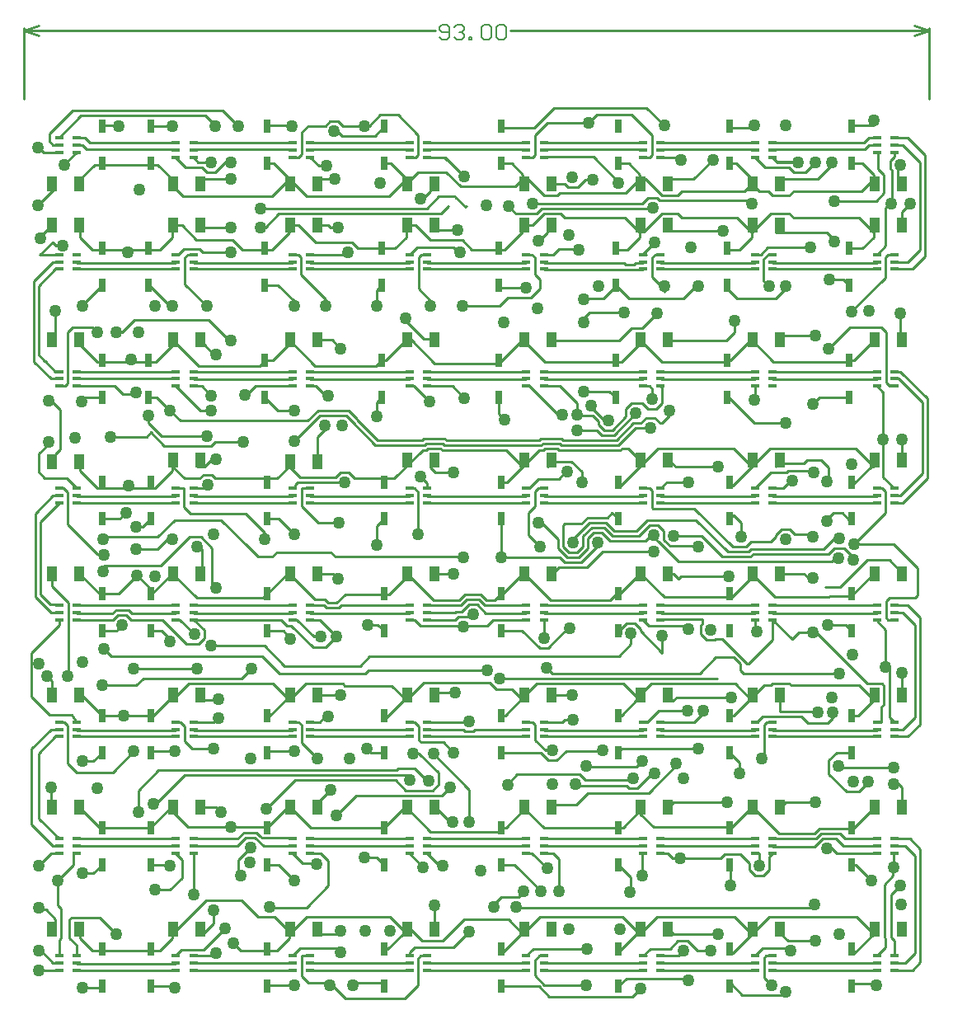
<source format=gtl>
G04 Layer_Physical_Order=1*
G04 Layer_Color=255*
%FSLAX25Y25*%
%MOIN*%
G70*
G01*
G75*
%ADD10R,0.03740X0.01575*%
%ADD11R,0.03937X0.06299*%
%ADD12R,0.02953X0.05315*%
%ADD13C,0.01000*%
%ADD14C,0.00600*%
%ADD15C,0.05000*%
D10*
X302756Y203740D02*
D03*
Y206693D02*
D03*
Y209646D02*
D03*
X295670D02*
D03*
Y206693D02*
D03*
Y203740D02*
D03*
X210236Y14763D02*
D03*
Y17717D02*
D03*
Y20670D02*
D03*
X203150D02*
D03*
Y17717D02*
D03*
Y14763D02*
D03*
X162992D02*
D03*
Y17717D02*
D03*
Y20670D02*
D03*
X155906D02*
D03*
Y17717D02*
D03*
Y14763D02*
D03*
X68504D02*
D03*
Y17717D02*
D03*
Y20670D02*
D03*
X61418D02*
D03*
Y17717D02*
D03*
Y14763D02*
D03*
X21260D02*
D03*
Y17717D02*
D03*
Y20670D02*
D03*
X14174D02*
D03*
Y17717D02*
D03*
Y14763D02*
D03*
X344882Y67914D02*
D03*
Y64961D02*
D03*
Y62008D02*
D03*
X351968D02*
D03*
Y64961D02*
D03*
Y67914D02*
D03*
X295670D02*
D03*
Y64961D02*
D03*
Y62008D02*
D03*
X302756D02*
D03*
Y64961D02*
D03*
Y67914D02*
D03*
X250394Y67914D02*
D03*
Y64961D02*
D03*
Y62008D02*
D03*
X257480D02*
D03*
Y64961D02*
D03*
Y67914D02*
D03*
X203150Y67914D02*
D03*
Y64961D02*
D03*
Y62008D02*
D03*
X210236D02*
D03*
Y64961D02*
D03*
Y67914D02*
D03*
X155906D02*
D03*
Y64961D02*
D03*
Y62008D02*
D03*
X162992D02*
D03*
Y64961D02*
D03*
Y67914D02*
D03*
X108662D02*
D03*
Y64961D02*
D03*
Y62008D02*
D03*
X115748D02*
D03*
Y64961D02*
D03*
Y67914D02*
D03*
X61418D02*
D03*
Y64961D02*
D03*
Y62008D02*
D03*
X68504D02*
D03*
Y64961D02*
D03*
Y67914D02*
D03*
X14174D02*
D03*
Y64961D02*
D03*
Y62008D02*
D03*
X21260D02*
D03*
Y64961D02*
D03*
Y67914D02*
D03*
X351968Y109252D02*
D03*
Y112205D02*
D03*
Y115158D02*
D03*
X344882D02*
D03*
Y112205D02*
D03*
Y109252D02*
D03*
X302756D02*
D03*
Y112205D02*
D03*
Y115158D02*
D03*
X295670D02*
D03*
Y112205D02*
D03*
Y109252D02*
D03*
X257480Y109252D02*
D03*
Y112205D02*
D03*
Y115158D02*
D03*
X250394D02*
D03*
Y112205D02*
D03*
Y109252D02*
D03*
X210236Y109252D02*
D03*
Y112205D02*
D03*
Y115158D02*
D03*
X203150D02*
D03*
Y112205D02*
D03*
Y109252D02*
D03*
X162992D02*
D03*
Y112205D02*
D03*
Y115158D02*
D03*
X155906D02*
D03*
Y112205D02*
D03*
Y109252D02*
D03*
X115748D02*
D03*
Y112205D02*
D03*
Y115158D02*
D03*
X108662D02*
D03*
Y112205D02*
D03*
Y109252D02*
D03*
X68504D02*
D03*
Y112205D02*
D03*
Y115158D02*
D03*
X61418D02*
D03*
Y112205D02*
D03*
Y109252D02*
D03*
X21260D02*
D03*
Y112205D02*
D03*
Y115158D02*
D03*
X14174D02*
D03*
Y112205D02*
D03*
Y109252D02*
D03*
X344882Y162402D02*
D03*
Y159449D02*
D03*
Y156496D02*
D03*
X351968D02*
D03*
Y159449D02*
D03*
Y162402D02*
D03*
X295670D02*
D03*
Y159449D02*
D03*
Y156496D02*
D03*
X302756D02*
D03*
Y159449D02*
D03*
Y162402D02*
D03*
X250394Y162402D02*
D03*
Y159449D02*
D03*
Y156496D02*
D03*
X257480D02*
D03*
Y159449D02*
D03*
Y162402D02*
D03*
X203150Y162402D02*
D03*
Y159449D02*
D03*
Y156496D02*
D03*
X210236D02*
D03*
Y159449D02*
D03*
Y162402D02*
D03*
X155906D02*
D03*
Y159449D02*
D03*
Y156496D02*
D03*
X162992D02*
D03*
Y159449D02*
D03*
Y162402D02*
D03*
X108662D02*
D03*
Y159449D02*
D03*
Y156496D02*
D03*
X115748D02*
D03*
Y159449D02*
D03*
Y162402D02*
D03*
X61418D02*
D03*
Y159449D02*
D03*
Y156496D02*
D03*
X68504D02*
D03*
Y159449D02*
D03*
Y162402D02*
D03*
X14174D02*
D03*
Y159449D02*
D03*
Y156496D02*
D03*
X21260D02*
D03*
Y159449D02*
D03*
Y162402D02*
D03*
X351968Y203740D02*
D03*
Y206693D02*
D03*
Y209646D02*
D03*
X344882D02*
D03*
Y206693D02*
D03*
Y203740D02*
D03*
X257480Y203740D02*
D03*
Y206693D02*
D03*
Y209646D02*
D03*
X250394D02*
D03*
Y206693D02*
D03*
Y203740D02*
D03*
X210236Y203740D02*
D03*
Y206693D02*
D03*
Y209646D02*
D03*
X203150D02*
D03*
Y206693D02*
D03*
Y203740D02*
D03*
X162992D02*
D03*
Y206693D02*
D03*
Y209646D02*
D03*
X155906D02*
D03*
Y206693D02*
D03*
Y203740D02*
D03*
X115748D02*
D03*
Y206693D02*
D03*
Y209646D02*
D03*
X108662D02*
D03*
Y206693D02*
D03*
Y203740D02*
D03*
X68504D02*
D03*
Y206693D02*
D03*
Y209646D02*
D03*
X61418D02*
D03*
Y206693D02*
D03*
Y203740D02*
D03*
X21260D02*
D03*
Y206693D02*
D03*
Y209646D02*
D03*
X14174D02*
D03*
Y206693D02*
D03*
Y203740D02*
D03*
X344882Y256890D02*
D03*
Y253937D02*
D03*
Y250984D02*
D03*
X351968D02*
D03*
Y253937D02*
D03*
Y256890D02*
D03*
X295670D02*
D03*
Y253937D02*
D03*
Y250984D02*
D03*
X302756D02*
D03*
Y253937D02*
D03*
Y256890D02*
D03*
X250394Y256890D02*
D03*
Y253937D02*
D03*
Y250984D02*
D03*
X257480D02*
D03*
Y253937D02*
D03*
Y256890D02*
D03*
X203150Y256890D02*
D03*
Y253937D02*
D03*
Y250984D02*
D03*
X210236D02*
D03*
Y253937D02*
D03*
Y256890D02*
D03*
X155906D02*
D03*
Y253937D02*
D03*
Y250984D02*
D03*
X162992D02*
D03*
Y253937D02*
D03*
Y256890D02*
D03*
X108662D02*
D03*
Y253937D02*
D03*
Y250984D02*
D03*
X115748D02*
D03*
Y253937D02*
D03*
Y256890D02*
D03*
X61418D02*
D03*
Y253937D02*
D03*
Y250984D02*
D03*
X68504D02*
D03*
Y253937D02*
D03*
Y256890D02*
D03*
X14174D02*
D03*
Y253937D02*
D03*
Y250984D02*
D03*
X21260D02*
D03*
Y253937D02*
D03*
Y256890D02*
D03*
X351968Y298228D02*
D03*
Y301181D02*
D03*
Y304134D02*
D03*
X344882D02*
D03*
Y301181D02*
D03*
Y298228D02*
D03*
X302756D02*
D03*
Y301181D02*
D03*
Y304134D02*
D03*
X295670D02*
D03*
Y301181D02*
D03*
Y298228D02*
D03*
X257480Y298228D02*
D03*
Y301181D02*
D03*
Y304134D02*
D03*
X250394D02*
D03*
Y301181D02*
D03*
Y298228D02*
D03*
X210236Y298228D02*
D03*
Y301181D02*
D03*
Y304134D02*
D03*
X203150D02*
D03*
Y301181D02*
D03*
Y298228D02*
D03*
X162992D02*
D03*
Y301181D02*
D03*
Y304134D02*
D03*
X155906D02*
D03*
Y301181D02*
D03*
Y298228D02*
D03*
X21260D02*
D03*
Y301181D02*
D03*
Y304134D02*
D03*
X14174D02*
D03*
Y301181D02*
D03*
Y298228D02*
D03*
X344882Y351378D02*
D03*
Y348425D02*
D03*
Y345472D02*
D03*
X351968D02*
D03*
Y348425D02*
D03*
Y351378D02*
D03*
X295670Y349410D02*
D03*
Y346457D02*
D03*
Y343504D02*
D03*
X302756D02*
D03*
Y346457D02*
D03*
Y349410D02*
D03*
X250394Y349410D02*
D03*
Y346457D02*
D03*
Y343504D02*
D03*
X257480D02*
D03*
Y346457D02*
D03*
Y349410D02*
D03*
X203150Y349410D02*
D03*
Y346457D02*
D03*
Y343504D02*
D03*
X210236D02*
D03*
Y346457D02*
D03*
Y349410D02*
D03*
X155906D02*
D03*
Y346457D02*
D03*
Y343504D02*
D03*
X162992D02*
D03*
Y346457D02*
D03*
Y349410D02*
D03*
X108662D02*
D03*
Y346457D02*
D03*
Y343504D02*
D03*
X115748D02*
D03*
Y346457D02*
D03*
Y349410D02*
D03*
X61418D02*
D03*
Y346457D02*
D03*
Y343504D02*
D03*
X68504D02*
D03*
Y346457D02*
D03*
Y349410D02*
D03*
X14174Y351378D02*
D03*
Y348425D02*
D03*
Y345472D02*
D03*
X21260D02*
D03*
Y348425D02*
D03*
Y351378D02*
D03*
X68504Y298228D02*
D03*
Y301181D02*
D03*
Y304134D02*
D03*
X61418D02*
D03*
Y301181D02*
D03*
Y298228D02*
D03*
X115748D02*
D03*
Y301181D02*
D03*
Y304134D02*
D03*
X108662D02*
D03*
Y301181D02*
D03*
Y298228D02*
D03*
X351968Y14763D02*
D03*
Y17717D02*
D03*
Y20670D02*
D03*
X344882D02*
D03*
Y17717D02*
D03*
Y14763D02*
D03*
X257480Y14764D02*
D03*
Y17717D02*
D03*
Y20670D02*
D03*
X250394D02*
D03*
Y17717D02*
D03*
Y14764D02*
D03*
X302756Y14763D02*
D03*
Y17717D02*
D03*
Y20670D02*
D03*
X295670D02*
D03*
Y17717D02*
D03*
Y14763D02*
D03*
X115748D02*
D03*
Y17717D02*
D03*
Y20670D02*
D03*
X108662D02*
D03*
Y17717D02*
D03*
Y14763D02*
D03*
D11*
X294685Y221106D02*
D03*
X305709D02*
D03*
X343898Y31496D02*
D03*
X354921D02*
D03*
X294685D02*
D03*
X305709D02*
D03*
X249410D02*
D03*
X260433D02*
D03*
X202165D02*
D03*
X213189D02*
D03*
X154921D02*
D03*
X165945D02*
D03*
X107677D02*
D03*
X118701D02*
D03*
X60433D02*
D03*
X71457D02*
D03*
X22307D02*
D03*
X11283D02*
D03*
X60433Y80709D02*
D03*
X71457D02*
D03*
X22244D02*
D03*
X11220D02*
D03*
X343898Y125984D02*
D03*
X354921D02*
D03*
X294685D02*
D03*
X305709D02*
D03*
X249410Y125984D02*
D03*
X260433D02*
D03*
X202165Y125984D02*
D03*
X213189D02*
D03*
X154921D02*
D03*
X165945D02*
D03*
X107677Y125984D02*
D03*
X118701D02*
D03*
X60433Y125984D02*
D03*
X71457D02*
D03*
X343898Y175197D02*
D03*
X354921D02*
D03*
X294685D02*
D03*
X305709D02*
D03*
X249410D02*
D03*
X260433D02*
D03*
X202165D02*
D03*
X213189D02*
D03*
X154921D02*
D03*
X165945D02*
D03*
X107677D02*
D03*
X118701D02*
D03*
X60433D02*
D03*
X71457D02*
D03*
X22244D02*
D03*
X11220D02*
D03*
X343898Y221106D02*
D03*
X354921D02*
D03*
X249410Y221106D02*
D03*
X260433D02*
D03*
X202165Y221106D02*
D03*
X213189D02*
D03*
X154921D02*
D03*
X165945D02*
D03*
X107677Y220472D02*
D03*
X118701D02*
D03*
X60433Y221106D02*
D03*
X71457D02*
D03*
X22244Y220472D02*
D03*
X11220D02*
D03*
X343898Y269685D02*
D03*
X354921D02*
D03*
X294685D02*
D03*
X305709D02*
D03*
X249410Y269685D02*
D03*
X260433D02*
D03*
X202165Y269685D02*
D03*
X213189D02*
D03*
X154921D02*
D03*
X165945D02*
D03*
X107677D02*
D03*
X118701D02*
D03*
X60433D02*
D03*
X71457D02*
D03*
X22244D02*
D03*
X11220D02*
D03*
X343898Y315945D02*
D03*
X354921D02*
D03*
X294685D02*
D03*
X305709D02*
D03*
X249410Y315945D02*
D03*
X260433D02*
D03*
X202165Y315945D02*
D03*
X213189D02*
D03*
X154921D02*
D03*
X165945D02*
D03*
X107677D02*
D03*
X118701D02*
D03*
X60433D02*
D03*
X71457D02*
D03*
X22244D02*
D03*
X11220D02*
D03*
X343898Y332677D02*
D03*
X354921D02*
D03*
X294685D02*
D03*
X305709D02*
D03*
X249410D02*
D03*
X260433D02*
D03*
X202165D02*
D03*
X213189D02*
D03*
X154921D02*
D03*
X165945D02*
D03*
X107677D02*
D03*
X118701D02*
D03*
X60433D02*
D03*
X71457D02*
D03*
X22244D02*
D03*
X11220D02*
D03*
X22244Y125984D02*
D03*
X11220D02*
D03*
X107677Y80709D02*
D03*
X118701D02*
D03*
X154921D02*
D03*
X165945D02*
D03*
X202165D02*
D03*
X213189D02*
D03*
X343898D02*
D03*
X354921D02*
D03*
X294685D02*
D03*
X305709D02*
D03*
X249410Y80709D02*
D03*
X260433D02*
D03*
D12*
X192913Y151969D02*
D03*
Y166929D02*
D03*
Y8268D02*
D03*
Y23228D02*
D03*
X98425Y8268D02*
D03*
Y23228D02*
D03*
X51181Y8268D02*
D03*
Y23228D02*
D03*
X31496Y8268D02*
D03*
Y23228D02*
D03*
X240158Y57480D02*
D03*
Y72441D02*
D03*
X192913Y57480D02*
D03*
Y72441D02*
D03*
X145669Y57480D02*
D03*
Y72441D02*
D03*
X98425Y57480D02*
D03*
Y72441D02*
D03*
X51181Y57480D02*
D03*
Y72441D02*
D03*
X31496Y57480D02*
D03*
Y72441D02*
D03*
X334646Y102756D02*
D03*
Y117717D02*
D03*
X285433Y102756D02*
D03*
Y117717D02*
D03*
X240158Y102756D02*
D03*
Y117717D02*
D03*
X192913Y102756D02*
D03*
Y117717D02*
D03*
X145669Y102756D02*
D03*
Y117717D02*
D03*
X98425Y102756D02*
D03*
Y117717D02*
D03*
X51181Y102756D02*
D03*
Y117717D02*
D03*
X31496Y102756D02*
D03*
Y117717D02*
D03*
X334646Y151969D02*
D03*
Y166929D02*
D03*
X285433Y151969D02*
D03*
Y166929D02*
D03*
X240158Y151969D02*
D03*
Y166929D02*
D03*
X98425Y151969D02*
D03*
Y166929D02*
D03*
X51181Y151969D02*
D03*
Y166929D02*
D03*
X334646Y197244D02*
D03*
Y212205D02*
D03*
X285433Y197244D02*
D03*
Y212205D02*
D03*
X240158Y197244D02*
D03*
Y212205D02*
D03*
X192913Y197244D02*
D03*
Y212205D02*
D03*
X333661Y246457D02*
D03*
Y261417D02*
D03*
X284449Y246457D02*
D03*
Y261417D02*
D03*
X239173Y246457D02*
D03*
Y261417D02*
D03*
X191929Y246457D02*
D03*
Y261417D02*
D03*
X97441Y246457D02*
D03*
Y261417D02*
D03*
X31496Y246457D02*
D03*
Y261417D02*
D03*
X333661Y291732D02*
D03*
Y306693D02*
D03*
X284449Y291732D02*
D03*
Y306693D02*
D03*
X239173Y291732D02*
D03*
Y306693D02*
D03*
X191929Y291732D02*
D03*
Y306693D02*
D03*
X144685Y291732D02*
D03*
Y306693D02*
D03*
X97441Y291732D02*
D03*
Y306693D02*
D03*
X50197Y291732D02*
D03*
Y306693D02*
D03*
X31496Y291732D02*
D03*
Y306693D02*
D03*
Y355906D02*
D03*
Y340945D02*
D03*
X51181Y355906D02*
D03*
Y340945D02*
D03*
X98425Y355906D02*
D03*
Y340945D02*
D03*
X145669Y355906D02*
D03*
Y340945D02*
D03*
X192913Y355906D02*
D03*
Y340945D02*
D03*
X240158Y355906D02*
D03*
Y340945D02*
D03*
X285433Y355906D02*
D03*
Y340945D02*
D03*
X334646Y355906D02*
D03*
Y340945D02*
D03*
X50197Y246457D02*
D03*
Y261417D02*
D03*
X144685Y246457D02*
D03*
Y261417D02*
D03*
X145669Y197244D02*
D03*
Y212205D02*
D03*
X51181Y197244D02*
D03*
Y212205D02*
D03*
X31496Y197244D02*
D03*
Y212205D02*
D03*
X98425Y197244D02*
D03*
Y212205D02*
D03*
X145669Y151969D02*
D03*
Y166929D02*
D03*
X31496Y151969D02*
D03*
Y166929D02*
D03*
X285433Y57480D02*
D03*
Y72441D02*
D03*
X334646Y57480D02*
D03*
Y72441D02*
D03*
X240158Y8268D02*
D03*
Y23228D02*
D03*
X285433Y8268D02*
D03*
Y23228D02*
D03*
X334646Y8268D02*
D03*
Y23228D02*
D03*
X145669Y8268D02*
D03*
Y23228D02*
D03*
D13*
X177165Y283465D02*
X192312D01*
X195547Y286700D01*
X30575Y189898D02*
X54071D01*
X247400Y240000D02*
X247899D01*
X250143Y244000D02*
X252443Y241700D01*
X245743Y244000D02*
X250143D01*
X254100Y245700D02*
Y249884D01*
X258100Y244043D02*
Y250364D01*
X226300Y248819D02*
X236811D01*
X253100Y234000D02*
X253300Y234200D01*
X257900Y236000D02*
X261000Y239100D01*
X257157Y236000D02*
X257900D01*
X254957Y238200D02*
X257157Y236000D01*
X251643Y238200D02*
X254957D01*
X166146Y313976D02*
X175197D01*
X177198Y309976D02*
X181072Y306102D01*
X164281Y309976D02*
X177198D01*
X175633Y305118D02*
X176399D01*
X163311Y300862D02*
X203150D01*
X173664Y307087D02*
X175633Y305118D01*
X158858Y307087D02*
X173664D01*
X196100Y323554D02*
Y323700D01*
X308943Y216700D02*
X318600D01*
X319300Y216000D01*
X308243D02*
X308943Y216700D01*
X302024Y216000D02*
X308243D01*
X310100Y212700D02*
X310600D01*
X307046Y209646D02*
X310100Y212700D01*
X295670Y209646D02*
X302024Y216000D01*
X301543Y225756D02*
X336252D01*
X294291Y218504D02*
X301543Y225756D01*
X336252D02*
X343504Y218504D01*
X284924Y246394D02*
X295418Y235900D01*
X284386Y246394D02*
X284924D01*
X295670Y245570D02*
Y250984D01*
X295400Y245300D02*
X295670Y245570D01*
X295319Y253587D02*
X295670Y253937D01*
X257830Y253587D02*
X295319D01*
X293588Y269488D02*
X294488D01*
X285517Y261417D02*
X293588Y269488D01*
X284449Y261417D02*
X285517D01*
X284049Y269400D02*
X287402Y272753D01*
X261558Y269400D02*
X284049D01*
X348300Y294816D02*
Y303000D01*
X334384Y280900D02*
X348300Y294816D01*
X160300Y214400D02*
X162992Y211708D01*
Y209646D02*
Y211708D01*
X254094Y190606D02*
X256057Y188643D01*
X159449Y190945D02*
Y208197D01*
X155906Y209646D02*
X158000D01*
X159449Y208197D01*
X166370Y216100D02*
X173800D01*
X164370Y218100D02*
X166370Y216100D01*
X164370Y218100D02*
Y218504D01*
X115748Y203740D02*
X155906D01*
X169086Y225204D02*
X195071D01*
X168535Y225756D02*
X169086Y225204D01*
X163355Y225756D02*
X168535D01*
X162803Y225204D02*
X163355Y225756D01*
X161228Y225204D02*
X162803D01*
X149606Y213583D02*
X161228Y225204D01*
X133574Y213583D02*
X149606D01*
X169915Y227204D02*
X209219D01*
X169363Y227756D02*
X169915Y227204D01*
X162527Y227756D02*
X169363D01*
X161975Y227204D02*
X162527Y227756D01*
X142067Y227204D02*
X161975D01*
X170743Y229204D02*
X208391D01*
X170192Y229756D02*
X170743Y229204D01*
X161698Y229756D02*
X170192D01*
X161147Y229204D02*
X161698Y229756D01*
X142896Y229204D02*
X161147D01*
X142700Y194275D02*
X145669Y197244D01*
X142700Y194275D02*
X142717Y194258D01*
Y186800D02*
Y194258D01*
X142700Y238600D02*
Y244472D01*
X134700Y237400D02*
X142896Y229204D01*
X132700Y236572D02*
X142067Y227204D01*
X132700Y236572D02*
Y236857D01*
X130357Y239200D02*
X132700Y236857D01*
X302756Y209646D02*
X307046D01*
X302756Y203740D02*
X344882D01*
X303075Y206374D02*
X344882D01*
X324600Y212300D02*
X325300Y213000D01*
Y218000D01*
X322300Y221000D02*
X325300Y218000D01*
X316600Y221000D02*
X322300D01*
X315300Y219700D02*
X316600Y221000D01*
X304134Y219700D02*
X315300D01*
X302756Y206693D02*
X303075Y206374D01*
X304134Y218504D02*
Y219700D01*
X265935Y174000D02*
X285000D01*
X265736Y174200D02*
X265935Y174000D01*
X264736Y173200D02*
X265736Y174200D01*
X310636Y183057D02*
X325300D01*
X310556Y182976D02*
X310636Y183057D01*
X305586Y182976D02*
X310556D01*
X305505Y183057D02*
X305586Y182976D01*
X294870Y183057D02*
X305505D01*
X309808Y185057D02*
X323245D01*
X309728Y184976D02*
X309808Y185057D01*
X306414Y184976D02*
X309728D01*
X306333Y185057D02*
X306414Y184976D01*
X294042Y185057D02*
X306333D01*
X323245D02*
X328644Y190456D01*
X292885Y183900D02*
X294042Y185057D01*
X293714Y181900D02*
X294870Y183057D01*
X325300D02*
X327643Y185400D01*
X232000Y186486D02*
Y187800D01*
X232473D01*
X237920Y190398D02*
X248741D01*
X234518Y193800D02*
X237920Y190398D01*
X229515Y193800D02*
X234518D01*
X238749Y192398D02*
X247698D01*
X235346Y195800D02*
X238749Y192398D01*
X228686Y195800D02*
X235346D01*
X237092Y188398D02*
X251198D01*
X233690Y191800D02*
X237092Y188398D01*
X230343Y191800D02*
X233690D01*
X263503Y218400D02*
X280800D01*
X261431Y220472D02*
X263503Y218400D01*
X294000Y187929D02*
X302102D01*
X319000Y151300D02*
X320400D01*
X313308D02*
X319000D01*
X303106Y159098D02*
X344532D01*
X302756Y162402D02*
X344882D01*
X303688Y165800D02*
X325657D01*
X310630Y148622D02*
X313308Y151300D01*
X320400D02*
X341066Y130634D01*
X327500Y309400D02*
Y310000D01*
X362267Y306165D02*
Y341473D01*
X364267Y303243D02*
Y344394D01*
X329600Y189400D02*
Y190564D01*
X331557Y185400D02*
X335501Y181455D01*
X327643Y185400D02*
X331557D01*
X329274Y181400D02*
X329300D01*
X300743Y306900D02*
X317900D01*
X317200Y173400D02*
X318900D01*
X315403Y175197D02*
X317200Y173400D01*
X328674Y182000D02*
X329274Y181400D01*
X324760Y196228D02*
Y197060D01*
X317913Y189961D02*
X318898D01*
X324760Y197060D02*
X327306Y199606D01*
X329600Y190564D02*
X329964Y190200D01*
X335629Y187007D02*
X335630D01*
X335629D02*
X351531D01*
X270988Y201452D02*
X286541Y185900D01*
X271800Y196700D02*
X284600Y183900D01*
X273918Y190400D02*
X282418Y181900D01*
X326573Y179900D02*
X328674Y182000D01*
X256700Y187915D02*
X264715Y179900D01*
X286541Y185900D02*
X291971D01*
X284600Y183900D02*
X292885D01*
X282418Y181900D02*
X293714D01*
X264715Y179900D02*
X326573D01*
X291971Y185900D02*
X294000Y187929D01*
X290000Y189900D02*
Y195827D01*
X287008Y198819D02*
X290000Y195827D01*
X302102Y187929D02*
X304071Y189898D01*
X267192Y154208D02*
X268700Y152700D01*
X252681Y154208D02*
X267192D01*
X249400Y151926D02*
X258100Y143226D01*
X250394Y156496D02*
X252681Y154208D01*
X258100Y143226D02*
Y150200D01*
X213645Y134780D02*
X273180D01*
X263833Y125100D02*
X286000D01*
X262433Y123700D02*
X263833Y125100D01*
X260433Y125700D02*
X262433Y123700D01*
X256542Y119800D02*
X268200D01*
X270858Y115158D02*
X274500Y118800D01*
X257480Y115158D02*
X270858D01*
X260215Y111800D02*
X295265D01*
X253665Y130634D02*
X287673D01*
X273180Y134780D02*
X279700Y141300D01*
X273700Y154157D02*
X274485Y154942D01*
Y156700D01*
X279585Y148729D02*
X282457D01*
X279357Y148500D02*
X279585Y148729D01*
X276043Y148500D02*
X279357D01*
X273700Y150843D02*
X276043Y148500D01*
X273700Y150843D02*
Y154157D01*
X257684Y156700D02*
X274485D01*
X257830Y159098D02*
X288442D01*
X257480Y162402D02*
X295670D01*
X288543Y159200D02*
X292257D01*
X288442Y159098D02*
X288543Y159200D01*
X292257D02*
X292358Y159098D01*
X295319D01*
X138044Y134843D02*
X139302Y136100D01*
X187200D01*
X139764Y141732D02*
X240512D01*
X211300Y137125D02*
X213645Y134780D01*
X240512Y141732D02*
X245400Y146621D01*
Y151000D01*
X242398Y130634D02*
X249016Y124016D01*
X210599Y130634D02*
X242398D01*
X211893Y145016D02*
X219777Y152900D01*
X208579Y145016D02*
X211893D01*
X201395Y152200D02*
X208579Y145016D01*
X192300Y132700D02*
X200600D01*
X211300Y137000D02*
Y137125D01*
X213189Y125900D02*
X221500D01*
X247816Y124016D02*
X249016D01*
X241516Y117717D02*
X247816Y124016D01*
X321657Y246457D02*
X333661D01*
X319000Y243800D02*
X321657Y246457D01*
X257480Y156496D02*
X257684Y156700D01*
X302756Y156496D02*
X310630Y148622D01*
X318300Y40000D02*
X319700Y41400D01*
X324000Y169800D02*
X330080D01*
X262739Y175197D02*
X264736Y173200D01*
X260827Y175197D02*
X262739D01*
X249400Y151926D02*
Y152657D01*
X247057Y155000D02*
X249400Y152657D01*
X243743Y155000D02*
X247057D01*
X241400Y152657D02*
X243743Y155000D01*
X241400Y150726D02*
Y152657D01*
X240158Y151969D02*
X241400Y150726D01*
X210586Y159098D02*
X250044D01*
X237509Y162402D02*
X250394D01*
X237477Y162370D02*
X237509Y162402D01*
X210268Y162370D02*
X237477D01*
X237102Y164402D02*
X239300Y166600D01*
X236680Y164402D02*
X237102D01*
X236649Y164370D02*
X236680Y164402D01*
X213047Y164370D02*
X236649D01*
X250044Y159098D02*
X250394Y159449D01*
X219777Y152900D02*
X220800Y153200D01*
X193539Y152200D02*
X201395D01*
X192913Y151575D02*
X193539Y152200D01*
X210236Y149016D02*
Y156496D01*
X173703Y175197D02*
X173800Y175100D01*
X165945Y175197D02*
X173703D01*
X125975Y182000D02*
X177300D01*
X177700Y181600D01*
X295418Y235900D02*
X307900D01*
X240358Y227200D02*
X247158Y234000D01*
X249443Y236000D02*
X251643Y238200D01*
X246329Y236000D02*
X249443D01*
X247158Y234000D02*
X253100D01*
X243400Y238727D02*
Y241657D01*
X237877Y233204D02*
X243400Y238727D01*
X238705Y231204D02*
X247450Y239949D01*
X239529Y229200D02*
X246329Y236000D01*
X243400Y241657D02*
X245743Y244000D01*
X255757Y241700D02*
X258100Y244043D01*
X252443Y241700D02*
X255757D01*
X257480Y250984D02*
X258100Y250364D01*
X253000Y250984D02*
X254100Y249884D01*
X234706Y237204D02*
X236220D01*
X234563Y233204D02*
X237877D01*
X232220Y235547D02*
X234563Y233204D01*
X232220Y235547D02*
Y236862D01*
X229877Y239204D02*
X232220Y236862D01*
X233735Y231204D02*
X238705D01*
X231739Y233200D02*
X233735Y231204D01*
X223730Y233200D02*
X231739D01*
X229784Y242126D02*
X234706Y237204D01*
X223700Y239204D02*
X229877D01*
X236811Y248819D02*
X239173Y246457D01*
X210586Y253587D02*
X250044D01*
X210236Y256890D02*
X250394D01*
X241634Y260827D02*
X249016Y268209D01*
X210630Y260827D02*
X241634D01*
X240618Y269314D02*
X245638Y274335D01*
X211614Y269314D02*
X240618D01*
X261000Y239100D02*
Y241100D01*
X250044Y253587D02*
X250394Y253937D01*
X217163Y227200D02*
X240358D01*
X244344Y225756D02*
X250306Y219794D01*
X241742Y225756D02*
X244344D01*
X241186Y225200D02*
X241742Y225756D01*
X216335Y225200D02*
X241186D01*
X222000Y187800D02*
Y189114D01*
X218000Y194700D02*
X218600Y195300D01*
X218000Y186143D02*
Y194700D01*
X235989Y197800D02*
X237795Y199606D01*
X218600Y195300D02*
X225358D01*
X226000Y190285D02*
X229515Y193800D01*
X228000Y185315D02*
Y189457D01*
X227858Y197800D02*
X235989D01*
X225358Y195300D02*
X227858Y197800D01*
X222000Y189114D02*
X228686Y195800D01*
X228000Y189457D02*
X230343Y191800D01*
X234157Y184100D02*
X254800D01*
X234057Y184200D02*
X234157Y184100D01*
X227657Y177800D02*
X234057Y184200D01*
X226000Y186143D02*
Y190285D01*
X225314Y179800D02*
X232000Y186486D01*
X216186Y177800D02*
X227657D01*
X213583Y175197D02*
X216186Y177800D01*
X209202Y195700D02*
X216000Y188901D01*
X218686Y179800D02*
X225314D01*
X216640Y181846D02*
X218686Y179800D01*
X193246Y181846D02*
X216640D01*
X224485Y181800D02*
X228000Y185315D01*
X219515Y181800D02*
X224485D01*
X216000Y185315D02*
X219515Y181800D01*
X216000Y185315D02*
Y188901D01*
X223657Y183800D02*
X226000Y186143D01*
X220343Y183800D02*
X223657D01*
X218000Y186143D02*
X220343Y183800D01*
X228700Y280700D02*
X242800D01*
X216716Y250984D02*
X223700Y244000D01*
Y239300D02*
Y244000D01*
X217992Y229200D02*
X239529D01*
X142717Y283465D02*
Y289764D01*
X108121Y154208D02*
X116829Y145500D01*
X121900D01*
X126200Y149800D01*
X119504Y156496D02*
X126200Y149800D01*
X115748Y156496D02*
X119504D01*
X110404D02*
X117300Y149600D01*
X119900D01*
X108662Y156496D02*
X110404D01*
X118701Y230553D02*
X121500Y233352D01*
X118701Y220472D02*
Y230553D01*
X114700Y237000D02*
X118900Y241200D01*
X109252Y228652D02*
X119800Y239200D01*
X130357D01*
X118900Y241200D02*
X131185D01*
X134700Y237400D02*
Y237685D01*
X131185Y241200D02*
X134700Y237685D01*
X121500Y233352D02*
Y235100D01*
X110600Y212000D02*
X129500D01*
X131157Y216000D02*
X133574Y213583D01*
X63197Y237000D02*
X114700D01*
X127000Y171691D02*
X127754Y172446D01*
X125003Y175197D02*
X127754Y172446D01*
X119095Y175197D02*
X125003D01*
X127000Y171691D02*
Y173200D01*
X112300Y202409D02*
Y209646D01*
X119109Y195600D02*
X127300D01*
X112300Y202409D02*
X119109Y195600D01*
X366142Y367142D02*
Y395587D01*
X0Y367142D02*
Y395587D01*
X196566Y394587D02*
X366142D01*
X0D02*
X166375D01*
X360142Y396587D02*
X366142Y394587D01*
X360142Y392587D02*
X366142Y394587D01*
X0D02*
X6000Y392587D01*
X0Y394587D02*
X6000Y396587D01*
X75957Y221457D02*
X77756D01*
X73004Y218504D02*
X75957Y221457D01*
X357283Y351378D02*
X364267Y344394D01*
X359252Y298228D02*
X364267Y303243D01*
X355315Y348425D02*
X362267Y341473D01*
X357284Y301181D02*
X362267Y306165D01*
X211614Y218504D02*
X213510Y220400D01*
X293067Y326028D02*
X294291Y324803D01*
X243110Y318898D02*
X249016Y312992D01*
X265901Y329724D02*
X291339D01*
X264204Y328028D02*
X265901Y329724D01*
X257480Y346776D02*
X295351D01*
X257480Y349410D02*
X295670D01*
X258858Y334646D02*
X270669D01*
X258858Y313800D02*
X282600D01*
X296064Y151575D02*
X296260Y151770D01*
X97441Y188976D02*
Y191776D01*
X192976Y44354D02*
X199866D01*
X189961Y41339D02*
X192976Y44354D01*
X189961Y40354D02*
Y41339D01*
X177901Y35433D02*
X195866D01*
X201772Y29528D01*
X154528Y31496D02*
Y33216D01*
X308071Y82677D02*
X319882D01*
X306102Y80709D02*
X308071Y82677D01*
X260827Y80709D02*
X262795Y82677D01*
X284449D01*
X263779Y97648D02*
Y98425D01*
X252631Y86500D02*
X263779Y97648D01*
X250000Y61614D02*
X250394Y62008D01*
X250000Y53150D02*
Y61614D01*
X249016Y79232D02*
Y80709D01*
Y78075D02*
Y79232D01*
X242224Y72441D02*
X249016Y79232D01*
X228000Y86500D02*
X252631D01*
X201772Y79232D02*
Y80709D01*
X194980Y72441D02*
X201772Y79232D01*
X126200Y77400D02*
X134158Y85358D01*
X166339Y80709D02*
X172244Y74803D01*
X173228D01*
X168958Y85358D02*
X172183Y88582D01*
X46260Y78740D02*
Y87460D01*
X54398Y95598D01*
X53347Y82043D02*
X64902Y93598D01*
X98000Y80100D02*
X109498Y91598D01*
X118701Y82322D02*
X123977Y87598D01*
X205457Y62008D02*
X211488Y55976D01*
X203150Y62008D02*
X205457D01*
X155906D02*
X161417Y56496D01*
X167913Y57087D02*
X169291D01*
X162992Y62008D02*
X167913Y57087D01*
X112769Y57900D02*
X118000D01*
X108662Y62008D02*
X112769Y57900D01*
X77756Y80709D02*
X79724Y78740D01*
X71850Y80709D02*
X77756D01*
X66365Y72835D02*
X83661D01*
X52165Y82043D02*
X53347D01*
X344882Y20670D02*
X348330Y24117D01*
X351938Y26846D02*
X351968D01*
Y20670D02*
Y26846D01*
X358268Y67914D02*
X362443Y63738D01*
X359252Y14764D02*
X362443Y17955D01*
Y63738D01*
X356299Y64961D02*
X360236Y61024D01*
Y21653D02*
Y61024D01*
X356299Y17717D02*
X360236Y21653D01*
X260827Y31496D02*
X262795Y29528D01*
X280512D01*
X264438Y26638D02*
X268389D01*
X261300Y23500D02*
X264438Y26638D01*
X268389D02*
X272389Y22638D01*
X277559D01*
X301181Y36417D02*
X336614D01*
X343504Y29528D01*
X294291D02*
X301181Y36417D01*
X287402D02*
X294291Y29528D01*
X255906Y36417D02*
X287402D01*
X249016Y29528D02*
X255906Y36417D01*
X208661D02*
X242126D01*
X201772Y29528D02*
X208661Y36417D01*
X114173D02*
X147979D01*
X107283Y29528D02*
X114173Y36417D01*
X30784Y36146D02*
X37402Y29528D01*
X19323Y36146D02*
X30784D01*
X18445Y35267D02*
X19323Y36146D01*
X18445Y27725D02*
Y35267D01*
Y27725D02*
X21260Y24910D01*
Y20670D02*
Y24910D01*
X22638Y27756D02*
Y29528D01*
X21260Y14764D02*
X61418D01*
X23622Y7874D02*
Y9842D01*
X6890Y39370D02*
X8858D01*
X12795Y35433D01*
Y29528D02*
Y35433D01*
X323146Y67976D02*
X328429D01*
X319780Y64610D02*
X323146Y67976D01*
X303106Y64610D02*
X319780D01*
X322318Y69976D02*
X329871D01*
X319619Y70106D02*
X321490Y71976D01*
X305342Y70106D02*
X319619D01*
X320255Y67914D02*
X322318Y69976D01*
X302756Y67914D02*
X320255D01*
X328740Y62008D02*
X344882D01*
X342519Y51181D02*
Y53149D01*
X336401Y57300D02*
X341535Y52165D01*
X294739Y80709D02*
X305342Y70106D01*
X297400Y57100D02*
Y62008D01*
X223193Y81693D02*
X228000Y86500D01*
X213200Y81693D02*
X223193D01*
X162992Y67914D02*
X203150D01*
X10827Y80709D02*
Y88583D01*
X5906Y76182D02*
X14174Y67914D01*
X5906Y102363D02*
X12795Y109252D01*
X5906Y76182D02*
Y102363D01*
X2953Y104330D02*
X10827Y112205D01*
X2953Y73819D02*
Y104330D01*
Y73819D02*
X11811Y64961D01*
X35827Y94882D02*
X44291Y103347D01*
X21260Y94882D02*
X35827Y94882D01*
X23622Y99213D02*
Y99409D01*
Y99213D02*
X23622Y99213D01*
X362205Y157480D02*
X362236Y157449D01*
X355315Y159449D02*
X360236Y154528D01*
X346800Y121254D02*
X347760Y122213D01*
Y129755D01*
X346881Y130634D02*
X347760Y129755D01*
X310192Y129921D02*
X337598D01*
X309480Y130634D02*
X310192Y129921D01*
X302725Y130634D02*
X309480D01*
X302012Y129921D02*
X302725Y130634D01*
X299213Y129921D02*
X302012D01*
X337598D02*
X343504Y124016D01*
X87911Y132811D02*
X91911Y136811D01*
X68225Y132811D02*
X87911D01*
X68162Y132874D02*
X68225Y132811D01*
X48228Y132874D02*
X68162D01*
X6571Y166640D02*
Y196137D01*
X13886Y162689D02*
X14174Y162402D01*
Y154302D02*
Y156496D01*
X349912Y180600D02*
X355315Y175197D01*
X340880Y180600D02*
X349912D01*
X330080Y169800D02*
X340880Y180600D01*
X351531Y187007D02*
X361221Y177318D01*
Y166339D02*
Y177318D01*
X294291Y173721D02*
Y175197D01*
X249016Y175197D02*
X249464D01*
X240256Y166437D02*
X249016Y175197D01*
X306414Y192976D02*
X309728D01*
X304071Y190633D02*
X306414Y192976D01*
X304071Y189898D02*
Y190633D01*
X311759Y190945D02*
X316929D01*
X309728Y192976D02*
X311759Y190945D01*
X316929D02*
X317913Y189961D01*
X335630Y187007D02*
X348300Y199678D01*
X298228Y100394D02*
Y101828D01*
X299200Y102800D01*
X295670Y151969D02*
X296064Y151575D01*
X290870Y134700D02*
X329500D01*
X302756Y148477D02*
Y156496D01*
X292995Y138716D02*
X302756Y148477D01*
X43306Y185039D02*
X45276D01*
X53740Y246457D02*
X59055Y241142D01*
X287039Y225756D02*
X294291Y218504D01*
X256268Y225756D02*
X287039D01*
X241240Y210728D02*
X256268Y225756D01*
X77457Y228500D02*
X88600D01*
X75757Y226800D02*
X77457Y228500D01*
X56789Y226800D02*
X75757D01*
X261153Y186290D02*
X272371D01*
X262700Y190400D02*
X273918D01*
X154976Y175197D02*
X165802Y164370D01*
X154528Y175197D02*
X154976D01*
X162992Y162402D02*
X163023Y162370D01*
X202220Y175197D02*
X213047Y164370D01*
X201772Y175197D02*
X202220D01*
X210236Y162402D02*
X210268Y162370D01*
X193209Y166634D02*
X201772Y175197D01*
X154528Y173721D02*
Y175197D01*
X107283Y173721D02*
Y175197D01*
X102249Y183846D02*
X124129D01*
X94575Y182000D02*
X100403D01*
X102249Y183846D01*
X124129D02*
X125975Y182000D01*
X90551Y186024D02*
X94575Y182000D01*
X68504Y162402D02*
X108662D01*
X76106Y170941D02*
Y185456D01*
X71539Y190024D02*
X76106Y185456D01*
X66839Y190024D02*
X71539D01*
X69882Y186024D02*
X70865D01*
X71850Y185039D01*
X76106Y170941D02*
X77756Y169291D01*
X71850Y185039D02*
X71850Y185039D01*
Y175197D02*
Y185039D01*
X58070Y188976D02*
X60039D01*
Y190945D01*
X21323Y203803D02*
X61354D01*
X38780Y197244D02*
X41339Y199803D01*
X21579Y206374D02*
X61418D01*
X54134Y185039D02*
X58070Y188976D01*
X43307Y185039D02*
X54134D01*
X116098Y159098D02*
X155555D01*
X6571Y196137D02*
X14174Y203740D01*
X4571Y165705D02*
Y199453D01*
X4921Y199803D01*
X360236Y165354D02*
X361221Y166339D01*
X349854Y165354D02*
X360236D01*
X216300Y213500D02*
X219115Y216315D01*
X219647D01*
X213510Y220400D02*
X221400D01*
X75857Y215100D02*
X77374Y213583D01*
X72543Y215100D02*
X75857D01*
X71026Y213583D02*
X72543Y215100D01*
X64961Y213583D02*
X71026D01*
X60039Y218504D02*
X64961Y213583D01*
X55617Y230800D02*
X74100D01*
X51306Y232283D02*
X56789Y226800D01*
X50197Y236221D02*
X55617Y230800D01*
X25098Y246555D02*
X31496D01*
X46200Y247500D02*
Y248800D01*
X21260Y250984D02*
Y251059D01*
X14764Y225394D02*
Y241536D01*
X12795Y223425D02*
X14764Y225394D01*
X12795Y218504D02*
Y223425D01*
X5906Y216383D02*
Y223578D01*
X9843Y227515D01*
Y228346D01*
X5906Y216383D02*
X8434Y213854D01*
X10555D01*
X10827Y213583D01*
X12795Y269685D02*
X12795Y269685D01*
Y281496D01*
X348500Y252400D02*
Y272716D01*
Y252400D02*
X349916Y250984D01*
X346609Y274606D02*
X348500Y272716D01*
X333906Y274606D02*
X346609D01*
X325400Y266100D02*
X333906Y274606D01*
X354331Y269685D02*
Y280512D01*
X287402Y272753D02*
Y277559D01*
X249016Y268209D02*
Y269685D01*
X245638Y274335D02*
X249835D01*
X192126Y260039D02*
X201772Y269685D01*
X156496D02*
X166142Y260039D01*
X154528Y269685D02*
X156496D01*
X163342Y253587D02*
X202800D01*
X173229Y250984D02*
X178150Y246063D01*
X162992Y250984D02*
X173229D01*
X146260Y261417D02*
X154528Y269685D01*
X117791Y259178D02*
X142445D01*
X107283Y269685D02*
X117791Y259178D01*
X100492Y261417D02*
X107283Y268209D01*
Y269685D01*
X76772Y263779D02*
X77756D01*
X72835Y267716D02*
X76772Y263779D01*
X69882Y267716D02*
X72835D01*
X69882D02*
X71850Y269685D01*
X3906Y293276D02*
X4921Y294291D01*
X3906Y260858D02*
X10827Y253937D01*
X3906Y260858D02*
Y293276D01*
X5906Y291338D02*
X12795Y298228D01*
X5906Y263627D02*
Y291338D01*
Y263627D02*
X8434Y261098D01*
X17800Y272874D02*
X19532Y274606D01*
X17800Y252000D02*
Y272874D01*
X19532Y274606D02*
X27521D01*
X29528Y272600D01*
X8434Y261098D02*
X8587D01*
X12795Y256890D01*
X302756Y298228D02*
X344882D01*
X303075Y300862D02*
X344882D01*
X265901Y318898D02*
X288386D01*
X294291Y312992D01*
X71850Y315945D02*
X72835Y314961D01*
X81693D01*
X124016D02*
X126969D01*
X123031Y315945D02*
X124016Y314961D01*
X63824Y315945D02*
X69729Y310039D01*
X100394Y306103D02*
X107283Y312992D01*
X60039Y315945D02*
X63824D01*
X170276Y343504D02*
X178150Y335630D01*
X176493Y331630D02*
X198756D01*
X170796Y337327D02*
X176493Y331630D01*
X62354Y304134D02*
X64641Y306422D01*
X61418Y304134D02*
X62354D01*
X64641Y306422D02*
X70995D01*
X72299Y305118D01*
X66234Y304134D02*
X68504D01*
X65100Y303000D02*
X66234Y304134D01*
X72299Y305118D02*
X82677D01*
X68823Y300862D02*
X108662D01*
X68504Y298228D02*
X108662D01*
X181072Y306102D02*
X194390D01*
X195374Y307087D01*
X201772Y313484D01*
X194882Y306594D02*
X195374Y307087D01*
X158312Y315945D02*
X164281Y309976D01*
X154528Y315945D02*
X158312D01*
X150000Y306693D02*
X154528Y311221D01*
X135086Y306594D02*
X147638D01*
X132562Y309118D02*
X135086Y306594D01*
X107283Y315945D02*
X111068D01*
X129922Y304134D02*
X130905Y305118D01*
X115748Y304134D02*
X129922D01*
X116067Y300862D02*
X155906D01*
X115748Y298228D02*
X155906D01*
X119095Y315945D02*
X123031D01*
X164370Y329724D02*
Y334646D01*
X161417Y326772D02*
X164370Y329724D01*
X125700Y334600D02*
Y334700D01*
X201772Y313484D02*
Y315945D01*
X162992Y298228D02*
X203150D01*
X264204Y320595D02*
X265901Y318898D01*
X294291Y312992D02*
X301894Y320595D01*
X309480D01*
X311176Y318898D01*
X337599D01*
X343504Y312992D01*
X294291Y311221D02*
Y312992D01*
X289173Y306102D02*
X294291Y311221D01*
X223978Y306534D02*
X224410Y306102D01*
X198756Y331630D02*
X200787Y333661D01*
X201772Y334646D01*
X155512Y333661D02*
X155512D01*
X154528Y334646D02*
X155512Y333661D01*
X154528Y332677D02*
X159177Y337327D01*
X200787Y333661D02*
X201772Y332677D01*
X159177Y337327D02*
X170796D01*
X155906Y304134D02*
X158858Y307087D01*
X159449Y344488D02*
Y352515D01*
X151212Y360752D02*
X159449Y352515D01*
X144064Y360752D02*
X151212D01*
X253937Y344488D02*
Y352515D01*
X245700Y360752D02*
X253937Y352515D01*
X228346Y357283D02*
X231815Y360752D01*
X245700D01*
X309480Y328028D02*
X311176Y329724D01*
X326036D01*
X301028D02*
X302725Y328028D01*
X297244Y329724D02*
X301028D01*
X210299Y343567D02*
X230252D01*
X291339Y329724D02*
X294291Y332677D01*
X329413Y329787D02*
X329476Y329724D01*
X326099Y329787D02*
X329413D01*
X326036Y329724D02*
X326099Y329787D01*
X302725Y328028D02*
X309480D01*
X350331Y338894D02*
X351059Y338166D01*
X351915Y343793D02*
Y345472D01*
X350331Y342208D02*
X351915Y343793D01*
X350331Y338894D02*
Y342208D01*
X351059Y326402D02*
Y338166D01*
X351082Y325787D02*
X351377D01*
X348400Y323105D02*
X351082Y325787D01*
X351377D02*
Y326083D01*
X351059Y326402D02*
X351377Y326083D01*
X354331Y340338D02*
Y340551D01*
X353346Y339354D02*
X354331Y340338D01*
X353346Y334646D02*
Y339354D01*
X345472Y338736D02*
Y344882D01*
Y338736D02*
X347760Y336448D01*
X344882Y345472D02*
X345472Y344882D01*
X351915Y345472D02*
X351968D01*
X347760Y328906D02*
Y336448D01*
X327756Y325787D02*
X344641D01*
X347760Y328906D01*
X272371Y186290D02*
X272638Y186024D01*
X173806Y24200D02*
X180118Y30512D01*
X158000Y24200D02*
X173806D01*
X155900Y22100D02*
X158000Y24200D01*
X68504Y14764D02*
X108662D01*
X100682Y40118D02*
X100700Y40100D01*
X100446Y40354D02*
X100682Y40118D01*
X98700Y42100D02*
X100446Y40354D01*
X99410D02*
X100446D01*
X160433Y20670D02*
X162992D01*
X159300Y19536D02*
X160433Y20670D01*
X159300Y8700D02*
Y19536D01*
X295670Y20670D02*
X298622Y23622D01*
X250394Y20670D02*
X253224Y23500D01*
X348500Y164000D02*
X349854Y165354D01*
X349410Y156496D02*
X351968D01*
X348500Y157405D02*
X349410Y156496D01*
X210236Y349410D02*
X250394D01*
X210236Y346776D02*
X250075D01*
X204100Y190585D02*
X208661Y186024D01*
X204100Y190585D02*
Y199650D01*
X208661Y290354D02*
Y294094D01*
X206600Y296156D02*
X208661Y294094D01*
X258858Y289158D02*
X259456Y289756D01*
X258858Y289158D02*
Y290354D01*
X216400Y306534D02*
X223978D01*
X259842Y212008D02*
X268701D01*
X257480Y209646D02*
X259842Y212008D01*
X250394Y209646D02*
X252952D01*
X254256Y201452D02*
X270988D01*
X253937Y201772D02*
X254256Y201452D01*
X257480Y203740D02*
X295670D01*
X257799Y206374D02*
X295670D01*
X253937Y201772D02*
Y208661D01*
X252952Y209646D02*
X253937Y208661D01*
X122047Y247047D02*
X123031D01*
X118111Y250984D02*
X122047Y247047D01*
X115748Y250984D02*
X118111D01*
X61354Y203803D02*
X61418Y203740D01*
X21260D02*
X21323Y203803D01*
X14174Y209646D02*
X15999D01*
X17600Y208045D01*
X10827Y213583D02*
X17263D01*
X329476Y329724D02*
X338583D01*
X348400Y307634D02*
Y323105D01*
X263596Y343504D02*
X264580Y342520D01*
X211614Y357283D02*
X228346D01*
X206693Y352362D02*
X211614Y357283D01*
X206693Y344488D02*
Y352362D01*
X205708Y343504D02*
X206693Y344488D01*
X203150Y343504D02*
X205708D01*
X210236D02*
X210299Y343567D01*
X98425Y356299D02*
X108268D01*
Y355436D02*
Y356299D01*
Y355436D02*
X109252Y354452D01*
X61355Y349346D02*
X61418Y349410D01*
X253224Y23500D02*
X261300D01*
X109600Y209646D02*
Y211000D01*
X45950Y247750D02*
X46200Y247500D01*
X112300Y113958D02*
Y114000D01*
X111100Y115158D02*
X111142D01*
X108662D02*
X111100D01*
X115748Y62008D02*
X120000D01*
X100700Y40100D02*
X114200D01*
X100682Y40118D02*
X114173D01*
X327306Y199606D02*
X330905D01*
X19300Y118000D02*
X21260Y115158D01*
X17263Y213583D02*
X21200Y209646D01*
X21260D01*
X112300D02*
X115748D01*
X306134Y271400D02*
X319882D01*
X304134Y269400D02*
X306134Y271400D01*
X314340Y117500D02*
X317000Y114840D01*
X298542Y117500D02*
X314340D01*
X296200Y115158D02*
X298542Y117500D01*
X295670Y115158D02*
X296200D01*
X302700Y250984D02*
X302756D01*
X344900Y304134D02*
X348400Y307634D01*
X344882Y304134D02*
X344900D01*
X119351Y339900D02*
X122400D01*
X203150Y304134D02*
X205466D01*
X206600Y303000D01*
Y296156D02*
Y303000D01*
X348500Y157405D02*
Y164000D01*
X170096Y343504D02*
X178000Y335600D01*
X68504Y62008D02*
X68600D01*
X349916Y250984D02*
X351968D01*
X302756Y62008D02*
X302800D01*
X155906Y304134D02*
X156800D01*
X203150Y115158D02*
X205642D01*
X206800Y114000D01*
X257480Y343504D02*
X263596D01*
X257480Y250984D02*
X258100D01*
X157816D02*
X164000Y244800D01*
X155906Y250984D02*
X157816D01*
X221400Y220400D02*
X225500Y216300D01*
Y212200D02*
Y216300D01*
X208054Y213500D02*
X216300D01*
X204200Y209646D02*
X208054Y213500D01*
X203150Y209646D02*
X204200D01*
X250394Y250984D02*
X253000D01*
X304134Y312992D02*
Y313000D01*
X324500D01*
X108662Y209646D02*
X109600D01*
X344882D02*
X347000D01*
X348300Y208346D01*
X6334Y304134D02*
X14174D01*
X155900Y20670D02*
Y22100D01*
Y20670D02*
X155906D01*
X61418Y209646D02*
X64800D01*
Y202000D02*
Y209646D01*
X109600Y211000D02*
X110600Y212000D01*
X250394Y20670D02*
X251500D01*
X258858Y29528D02*
Y33200D01*
X305634Y119500D02*
X320400D01*
X299200Y102800D02*
Y114000D01*
X300358Y115158D01*
X302756D01*
X111142D02*
X112300Y114000D01*
X111096Y343400D02*
X112300Y344604D01*
X204100Y199650D02*
X206800Y202350D01*
Y208446D01*
X208000Y209646D01*
X210236D01*
X193100Y181700D02*
Y197244D01*
X20200Y304134D02*
X21260D01*
X108662D02*
X111000D01*
X112100Y303034D01*
Y296000D02*
Y303034D01*
X108662Y20670D02*
X108700D01*
X68504Y250984D02*
X71851D01*
X72746Y209646D02*
X74200Y211100D01*
X68504Y209646D02*
X72746D01*
X69882Y218504D02*
X73004D01*
X112300Y20670D02*
X115748D01*
X112300Y12500D02*
Y20670D01*
X117126Y29528D02*
Y29800D01*
X299200Y19870D02*
X300000Y20670D01*
X302756D01*
X111100Y115158D02*
X112300Y113958D01*
Y106800D02*
Y113958D01*
X158104Y156496D02*
X160400Y154200D01*
X155906Y156496D02*
X158104D01*
X210236D02*
X210300D01*
X118000Y57900D02*
X118200Y57700D01*
X16242Y115158D02*
X17800Y113600D01*
X14174Y115158D02*
X16242D01*
X214357Y363500D02*
X251657D01*
X258858Y356299D01*
X11811Y17717D02*
X14174D01*
X117126Y334600D02*
X125700D01*
X117126D02*
Y334646D01*
X5950Y57050D02*
X10908Y62008D01*
X14174D01*
X115748Y115158D02*
X119658D01*
X16784Y250984D02*
X17800Y252000D01*
X14174Y250984D02*
X16784D01*
X295670Y62008D02*
X297400D01*
X159600Y290300D02*
Y303000D01*
X160734Y304134D01*
X162992D01*
X214000D02*
X216400Y306534D01*
X210236Y304134D02*
X214000D01*
X348300Y303000D02*
X349434Y304134D01*
X351968D01*
X162992Y301181D02*
X163311Y300862D01*
X203150D02*
Y301181D01*
X244488Y340945D02*
X249016Y336417D01*
X148685Y129858D02*
X154528Y124016D01*
X249016D02*
Y125984D01*
X294291Y124016D02*
Y125000D01*
X115748Y346776D02*
X155587D01*
X60039Y331942D02*
Y334646D01*
X115748Y343504D02*
X119351Y339900D01*
X270669Y334646D02*
X278543Y342520D01*
X295351Y346776D02*
X295670Y346457D01*
X315882Y337535D02*
X319882Y341535D01*
X311335Y337535D02*
X315882D01*
X326772Y340551D02*
Y341535D01*
X320866Y334646D02*
X326772Y340551D01*
X304134Y334646D02*
X320866D01*
X295670Y343504D02*
X299638Y339535D01*
X309335D01*
X311335Y337535D01*
X304724Y341535D02*
X312992D01*
X294291Y332677D02*
Y334646D01*
X338583Y329724D02*
X343504Y334646D01*
X294291Y332677D02*
X297244Y329724D01*
X154528Y311221D02*
Y312992D01*
X100984Y340945D02*
X107283Y334646D01*
X249016D02*
Y336417D01*
X197244Y340945D02*
X201772Y336417D01*
Y334646D02*
Y336417D01*
X351968Y64961D02*
X356299D01*
X351968Y17717D02*
X356299D01*
X351968Y67914D02*
X358268D01*
X351968Y14764D02*
X359252D01*
X343504Y334646D02*
Y336417D01*
X338976Y340945D02*
X343504Y336417D01*
X287992Y340945D02*
X294291Y334646D01*
X252952Y343504D02*
X253937Y344488D01*
X250394Y343504D02*
X252952D01*
X162992Y346776D02*
X202831D01*
X203150Y346457D01*
X61418Y343504D02*
X61418Y343504D01*
X22638Y311221D02*
Y312992D01*
X60039Y311221D02*
Y312992D01*
X338976Y306693D02*
X343504Y311221D01*
Y312992D01*
X68504Y253937D02*
X68854Y253587D01*
X60039Y216732D02*
Y218504D01*
X53150Y209843D02*
X60039Y216732D01*
X22638D02*
X29528Y209843D01*
X22638Y216732D02*
Y218504D01*
X302756Y111886D02*
Y112205D01*
X344563Y111886D02*
X344882Y112205D01*
X210236Y14764D02*
X250394D01*
X162992D02*
X203150D01*
X115748D02*
X155906D01*
X60039Y27756D02*
Y29528D01*
X21260Y111886D02*
X61099D01*
X21260Y109252D02*
X61418D01*
X21260Y67914D02*
X61418D01*
X61099Y111886D02*
X61418Y112205D01*
X115748Y109252D02*
X155906D01*
X155906Y343504D02*
X158465D01*
X159449Y344488D01*
X257480Y67914D02*
X295670D01*
X68504Y301181D02*
X68823Y300862D01*
X21260Y348425D02*
X23622D01*
X25272Y346776D01*
X61099D02*
X61418Y346457D01*
X68504Y349410D02*
X108662D01*
X68504Y346457D02*
Y346776D01*
X108343D01*
X108662Y346457D01*
X115748D02*
Y346776D01*
X155587D02*
X155906Y346457D01*
X162992Y349410D02*
X203150D01*
X162992Y346457D02*
Y346776D01*
X210236Y346457D02*
Y346776D01*
X250075D02*
X250394Y346457D01*
X257480D02*
Y346776D01*
X302756Y349410D02*
X339567D01*
X341536Y351378D01*
X344882D01*
X302756Y346457D02*
Y346776D01*
X339886D01*
X341535Y348425D01*
X344882D01*
X351968Y351378D02*
X357283D01*
X351968Y298228D02*
X359252D01*
X351968Y348425D02*
X355315D01*
X344882Y300862D02*
Y301181D01*
X302756D02*
X303075Y300862D01*
X295670D02*
Y301181D01*
X257480D02*
X257799Y300862D01*
X210236D02*
Y301181D01*
X250075Y300862D02*
X250394Y301181D01*
X155906Y300862D02*
Y301181D01*
X115748D02*
X116067Y300862D01*
X108662D02*
Y301181D01*
X21260Y298228D02*
X61418D01*
Y300862D02*
Y301181D01*
X21579Y300862D02*
X61418D01*
X21260Y301181D02*
X21579Y300862D01*
X12795Y298228D02*
X14174D01*
X11811Y301181D02*
X14174D01*
X4921Y294291D02*
X11811Y301181D01*
X10827Y253937D02*
X14174D01*
X12795Y256890D02*
X14174D01*
X351968Y301181D02*
X357284D01*
X351968Y256890D02*
X354330D01*
X351968Y203740D02*
X355315D01*
X351968Y206693D02*
X354331D01*
X351968Y253937D02*
X353794D01*
X344882Y206374D02*
Y206693D01*
X295670Y206374D02*
Y206693D01*
X257480D02*
X257799Y206374D01*
X162992Y203740D02*
X203150D01*
X210236D02*
X250394D01*
Y206374D02*
Y206693D01*
X210555Y206374D02*
X250394D01*
X210236Y206693D02*
X210555Y206374D01*
X203150D02*
Y206693D01*
X163311Y206374D02*
X203150D01*
X162992Y206693D02*
X163311Y206374D01*
X155906D02*
Y206693D01*
X116067Y206374D02*
X155906D01*
X115748Y206693D02*
X116067Y206374D01*
X68504Y203740D02*
X108662D01*
Y206374D02*
Y206693D01*
X68823Y206374D02*
X108662D01*
X68504Y206693D02*
X68823Y206374D01*
X61418D02*
Y206693D01*
X21260D02*
X21579Y206374D01*
X11811Y206693D02*
X14174D01*
X4921Y199803D02*
X11811Y206693D01*
X10827Y159449D02*
X14174D01*
X21260Y111886D02*
Y112205D01*
X68504Y111886D02*
Y112205D01*
X108343Y111886D02*
X108662Y112205D01*
X210236Y111886D02*
Y112205D01*
X250075Y111886D02*
X250394Y112205D01*
X257480Y111886D02*
Y112205D01*
X61418Y17398D02*
Y17717D01*
X115748Y67914D02*
X155906D01*
X210236D02*
X250394D01*
X302756Y64961D02*
X303106Y64610D01*
X257480Y159449D02*
X257830Y159098D01*
X295319D02*
X295670Y159449D01*
X210236D02*
X210586Y159098D01*
X202800D02*
X203150Y159449D01*
X190265Y162402D02*
X203150D01*
X115748Y159449D02*
X116098Y159098D01*
X155555D02*
X155906Y159449D01*
X21260D02*
X21610Y159098D01*
X61067D02*
X61418Y159449D01*
X302756Y256890D02*
X344882D01*
X302756Y253937D02*
X303106Y253587D01*
X344532D01*
X344882Y253937D01*
X115748Y256890D02*
X155906D01*
X162992D02*
X203150D01*
X257480D02*
X295670D01*
X257480Y253937D02*
X257830Y253587D01*
X210236Y253937D02*
X210586Y253587D01*
X162992Y253937D02*
X163342Y253587D01*
X202800D02*
X203150Y253937D01*
X68504Y256890D02*
X108662D01*
X351968Y162402D02*
X357283D01*
X362205Y157480D01*
X357283Y109252D02*
X362205Y114173D01*
X351968Y159449D02*
X355315D01*
X12795Y109252D02*
X14174D01*
X11811Y64961D02*
X14174D01*
X10827Y112205D02*
X14174D01*
X155906Y343504D02*
X155906Y343504D01*
X203150Y343504D02*
X203150Y343504D01*
X304659Y341600D02*
X313800D01*
X302756Y343504D02*
X304724Y341535D01*
X162992Y343504D02*
X170276D01*
X29528Y209843D02*
X53150D01*
X61418Y343504D02*
X63421Y341500D01*
X299200Y11824D02*
Y19870D01*
X17800Y98342D02*
Y113600D01*
Y98342D02*
X21260Y94882D01*
X71851Y250984D02*
X75787Y247047D01*
X114173Y40118D02*
X123031Y48976D01*
Y58976D01*
X120000Y62008D02*
X123031Y58976D01*
X210236Y115158D02*
X217700D01*
X218542Y116000D01*
X222000D01*
X210236Y111886D02*
X250075D01*
X210236Y109252D02*
X250394D01*
X264764Y20670D02*
X266732Y22638D01*
X257480Y20670D02*
X264764D01*
X302756Y14764D02*
X344882D01*
X305709Y29825D02*
X308896Y26638D01*
X319819D02*
X319882Y26575D01*
X308896Y26638D02*
X319819D01*
X298622Y23622D02*
X310039D01*
X299200Y11824D02*
X302165Y8858D01*
X308008Y4858D02*
X308071Y4921D01*
Y5906D01*
X257480Y111886D02*
X260129D01*
X257480Y109252D02*
X295670D01*
Y151969D02*
Y156496D01*
X135827Y137795D02*
X139764Y141732D01*
X68702Y151575D02*
X68898Y151379D01*
X39671Y154528D02*
X39961D01*
X257480Y14764D02*
X257543Y14827D01*
X295606D02*
X295670Y14764D01*
X257543Y14827D02*
X295606D01*
X302756Y109252D02*
X344882D01*
X302756Y111886D02*
X344563D01*
X317000Y114840D02*
X325000D01*
X320400Y119500D02*
X321000Y118900D01*
X350000Y117126D02*
Y138189D01*
Y117126D02*
X351968Y115158D01*
X348300Y199678D02*
Y208346D01*
X68504Y115158D02*
X76772D01*
X68504Y109252D02*
X108662D01*
X68504Y111886D02*
X108343D01*
X61418Y62008D02*
X63976Y59449D01*
Y52165D02*
Y59449D01*
X59055Y47244D02*
X63976Y52165D01*
X53150Y47244D02*
X59055D01*
X68504Y45276D02*
Y62008D01*
X112300Y106800D02*
X118706Y100394D01*
X44291Y136811D02*
X69882D01*
X96457Y141732D02*
X103347Y134843D01*
X35433Y141732D02*
X96457D01*
X254200Y94700D02*
X254412Y94488D01*
X254921D01*
X61418Y115158D02*
X61418Y115157D01*
X63244D01*
X64961Y113441D01*
Y107283D02*
Y113441D01*
Y107283D02*
X67913Y104331D01*
X76772D01*
X17600Y194998D02*
Y208045D01*
Y194998D02*
X29528Y183071D01*
X30512Y189961D02*
X30575Y189898D01*
X226300Y285900D02*
X226831Y285369D01*
X343504Y356299D02*
Y358268D01*
X294156Y356299D02*
X295276D01*
X6890Y22638D02*
X11811Y17717D01*
X6890Y22638D02*
X6890D01*
X5906Y14764D02*
X5906Y14764D01*
X108700Y20670D02*
X111652Y23622D01*
X126968D01*
X127953Y22637D01*
Y22145D02*
Y22637D01*
X117126Y29800D02*
X117754Y29172D01*
X117398Y29528D02*
X127953D01*
X99016Y8858D02*
X109252D01*
X98425Y340945D02*
X100984D01*
X149606Y339567D02*
X154528Y334646D01*
X149606Y339567D02*
Y339567D01*
X148228Y340945D02*
X149606Y339567D01*
X145669Y340945D02*
X148228D01*
X192913D02*
X197244D01*
X240158Y340945D02*
X244488D01*
X285433Y340945D02*
X287992D01*
X334646D02*
X338976D01*
X333661Y306693D02*
X338976D01*
X284449Y306102D02*
X289173D01*
X144685Y306693D02*
X150000D01*
X111068Y315945D02*
X117894Y309118D01*
X132562D01*
X22638Y311221D02*
X27756Y306102D01*
X54921D01*
X60039Y311221D01*
X50197Y291732D02*
X50465Y292000D01*
X59646Y355906D02*
X60039Y356299D01*
X51181Y355906D02*
X59646D01*
X192913D02*
X193504Y355315D01*
X206172D01*
X214357Y363500D01*
X285433Y355315D02*
X293172D01*
X294156Y356299D01*
X334646Y356299D02*
X343504D01*
X22244Y268110D02*
X29528Y260827D01*
X22244Y268110D02*
Y269685D01*
X60039D02*
X60433D01*
X60039Y267519D02*
Y269685D01*
X70547Y259178D01*
X95201D01*
X97441Y261417D01*
X98276D01*
X97441D02*
X100492D01*
X142445Y259178D02*
X144685Y261417D01*
X146260D01*
X166142Y260039D02*
X192126D01*
X201772Y269685D02*
X210630Y260827D01*
X97441Y291732D02*
X102756D01*
X142717Y289764D02*
X144685Y291732D01*
X192961Y290700D02*
X202900D01*
X191929Y291732D02*
X192961Y290700D01*
X249016Y312992D02*
X249508Y313484D01*
X249016Y269685D02*
X257874Y260827D01*
X284449D01*
X294488Y269488D02*
X294685Y269685D01*
X284386Y246394D02*
X284449Y246457D01*
X344882Y250984D02*
Y250984D01*
X294488Y269488D02*
X303150Y260827D01*
X333661Y261417D02*
X335630D01*
X343898Y269685D01*
X303150Y260827D02*
X333661D01*
X325787Y294094D02*
X331299D01*
X333661Y291732D01*
X354921Y315945D02*
Y321457D01*
X358267Y324802D01*
X45276Y193898D02*
X47835D01*
X51181Y197244D01*
X79724Y196850D02*
X90551Y186024D01*
X64800Y202000D02*
X67300Y199500D01*
X54071Y189898D02*
X61023Y196850D01*
X79724D01*
X67300Y199500D02*
X89717D01*
X97441Y191776D01*
X98425Y197244D02*
X102953D01*
X109252Y190945D01*
X31496Y197244D02*
X38780D01*
X193100Y181700D02*
X193246Y181846D01*
X237795Y199606D02*
X240158Y197244D01*
X285433Y197244D02*
X287008Y198819D01*
X330905Y199606D02*
X333661Y196850D01*
X335630Y211614D02*
X342520Y218504D01*
X343504D01*
X107283D02*
X111787Y214000D01*
X125843D01*
X127843Y216000D01*
X131157D01*
X30512Y166929D02*
X38229D01*
X22244Y175197D02*
X30512Y166929D01*
X60039Y175197D02*
X60433D01*
X51772Y166929D02*
X60039Y175197D01*
X51181Y166929D02*
X51772D01*
X98425D02*
X106693Y175197D01*
X107283D01*
X107677D01*
X107283D02*
X117780Y164700D01*
X108311Y159098D02*
X108662Y159449D01*
X68504D02*
X68854Y159098D01*
X108311D01*
X69945Y165291D02*
X96787D01*
X98425Y166929D01*
X60039Y175197D02*
X69945Y165291D01*
X239300Y166600D02*
X240093D01*
X249464Y175197D02*
X258861Y165800D01*
X286371D01*
X294291Y173721D01*
X325757Y165900D02*
X333616D01*
X294291Y175197D02*
X303688Y165800D01*
X333616Y165900D02*
X334646Y166929D01*
X335236D01*
X343504Y175197D01*
X324900Y154331D02*
X332283D01*
X334646Y151969D01*
X285433D02*
X285500Y152035D01*
Y152331D02*
X285648Y152183D01*
X249016Y125984D02*
X253665Y130634D01*
X207372Y130600D02*
X210565D01*
X210599Y130634D01*
X200000Y132677D02*
X280380Y132780D01*
X192913Y117717D02*
X194488D01*
X202461Y125689D02*
Y125689D01*
X202165Y125984D02*
X202461Y125689D01*
X194488Y117717D02*
X201772Y125000D01*
X202461Y125689D01*
X201772Y124016D02*
Y125000D01*
Y125000D01*
X202461Y125689D01*
X207372Y130600D01*
X200984Y124803D02*
X201279Y124508D01*
X201772Y124016D01*
X98425Y117717D02*
X99410D01*
X106496Y124803D01*
X107677Y125984D01*
X106496Y124803D02*
X107283Y124016D01*
X113901Y130634D01*
X66658D02*
X100665D01*
X106496Y124803D01*
X60039Y124016D02*
X66658Y130634D01*
X22244Y125984D02*
X23228D01*
X31496Y117717D01*
X31773Y117600D02*
X52200D01*
X58616Y124016D01*
X60039D01*
X51181Y102756D02*
X51772Y103347D01*
X61024D01*
X28149Y99409D02*
X31496Y102756D01*
X23622Y99409D02*
X28149D01*
X23622Y99213D02*
X23720Y99311D01*
X99016Y103346D02*
X109252D01*
X98425Y102756D02*
X99016Y103346D01*
X240158Y102756D02*
X241732Y104331D01*
X272638D01*
X285400Y102756D02*
X285433D01*
X289370Y94488D02*
Y98786D01*
X285400Y102756D02*
X289370Y98786D01*
X328556Y102756D02*
X334646D01*
Y117717D02*
X337205D01*
X343504Y124016D01*
X334646Y72441D02*
X335630D01*
X321490Y71976D02*
X334646D01*
X335630Y72441D02*
X343898Y80709D01*
X285433Y72441D02*
X286024D01*
X294291Y80709D02*
X294685D01*
X286024Y72441D02*
X294291Y80709D01*
X294685D02*
X294739D01*
X249016Y78075D02*
X254491Y72600D01*
X285433D01*
X240158Y72441D02*
X242224D01*
X201772Y80709D02*
X210180Y72300D01*
X239057D01*
X240158Y71200D01*
X192913Y72441D02*
X194980D01*
X164436Y70800D02*
X193000D01*
X145669Y72441D02*
X153937Y80709D01*
X154528D01*
X154921D01*
X154528D02*
X164436Y70800D01*
X143110Y154528D02*
X145669Y151969D01*
X192913Y151575D02*
Y151969D01*
X285433Y117717D02*
X287008D01*
X294685Y125984D02*
X294980Y125689D01*
X294685Y125984D02*
X294685D01*
X287008Y117717D02*
X293799Y124508D01*
X294291Y125000D01*
X294980Y125689D01*
X299213Y129921D01*
X293799Y124508D02*
X294291Y124016D01*
X240158Y117717D02*
X241516D01*
X146246Y116746D02*
X153516Y124016D01*
X154528D01*
X119658Y115158D02*
X121800Y117300D01*
X123000D01*
X172183Y88582D02*
X172244D01*
X134158Y85358D02*
X168958D01*
X157300Y102500D02*
X159743D01*
X167600Y94643D01*
Y89943D02*
Y94643D01*
X165600Y102300D02*
X180118Y87782D01*
Y74803D02*
Y87782D01*
X169536Y106964D02*
X173800Y102700D01*
X160501Y106964D02*
X169536D01*
X159622Y107843D02*
X160501Y106964D01*
X159622Y107843D02*
Y113378D01*
X157842Y115158D02*
X159622Y113378D01*
X155906Y115158D02*
X157842D01*
X155900Y91700D02*
Y91924D01*
X162908Y91535D02*
X163535D01*
X158043Y96400D02*
X162908Y91535D01*
X245298Y91598D02*
X246200Y92500D01*
X226600Y96900D02*
X247491D01*
X250000Y99410D01*
X233900Y103600D02*
X233998D01*
X193574Y22174D02*
X201900Y30500D01*
X160897Y26846D02*
X169315D01*
X177901Y35433D01*
X165945Y31496D02*
Y41555D01*
X165900Y41510D02*
X165945Y41555D01*
X165900Y40900D02*
Y41510D01*
X268028Y11500D02*
X268701Y10827D01*
X240300Y23100D02*
X241400D01*
X248422Y30122D01*
X242126Y36417D02*
X248422Y30122D01*
X286516Y21752D02*
X294291Y29528D01*
X286036Y9264D02*
X290442Y4858D01*
X308008D01*
X335728Y21752D02*
X343504Y29528D01*
X335000Y57300D02*
X336401D01*
X348330Y24117D02*
Y27626D01*
X347900Y28056D02*
X348330Y27626D01*
X347900Y28056D02*
Y49424D01*
X350600Y28184D02*
X351938Y26846D01*
X350600Y28184D02*
Y45482D01*
X354331Y49213D01*
X335542Y9558D02*
X343789D01*
X344488Y8858D01*
X206600Y12691D02*
X210433Y8858D01*
X227362D01*
X239665Y7382D02*
Y7628D01*
X243538Y11500D01*
X268028D01*
X208195Y8268D02*
X212353Y4110D01*
X192913Y8268D02*
X208195D01*
X212353Y4110D02*
X245910D01*
X249200Y7400D01*
X132874Y9843D02*
X144094D01*
X145669Y8268D01*
X153419Y30978D02*
X153937Y31496D01*
X147979Y36417D02*
X153419Y30978D01*
X154528Y29869D01*
X153937Y31496D02*
X154528D01*
X154921D01*
X154528Y33216D02*
X160897Y26846D01*
X147128Y23228D02*
X153419Y29519D01*
Y30978D01*
X145669Y23228D02*
X147128D01*
X154021Y3421D02*
X159300Y8700D01*
X98425Y8268D02*
X99016Y8858D01*
X59646Y8268D02*
X61024Y6890D01*
X51181Y8268D02*
X59646D01*
X23622Y7874D02*
X31102D01*
X31496Y8268D01*
X23622Y54134D02*
X28150D01*
X31496Y57480D01*
X58662D02*
X59055Y57087D01*
X51181Y57480D02*
X58662D01*
X102362Y213583D02*
X107283Y218504D01*
X98783Y213583D02*
X98800Y213600D01*
X77374Y213583D02*
X102362D01*
X192913Y212205D02*
X195472D01*
X201772Y218504D01*
X286516Y210728D02*
X294291Y218504D01*
X71100Y334600D02*
X81693D01*
X71054Y334646D02*
X71100Y334600D01*
X11220Y331298D02*
Y332677D01*
X39847Y247800D02*
X44989D01*
X50197Y246457D02*
X53740D01*
X21260Y251059D02*
X36588D01*
X39847Y247800D01*
X102756Y241142D02*
X109252D01*
X97441Y246457D02*
X102756Y241142D01*
X68854Y253587D02*
X108311D01*
X108662Y253937D01*
X108662Y250984D02*
X108662Y250984D01*
X108662Y250984D02*
X108662D01*
X89200Y247300D02*
X90100D01*
X93784Y250984D01*
X108662D01*
X142700Y244472D02*
X144685Y246457D01*
X191929Y239671D02*
Y246457D01*
Y239671D02*
X194300Y237300D01*
X155555Y253587D02*
X155906Y253937D01*
X115748D02*
X116098Y253587D01*
X155555D01*
X365300Y213725D02*
Y245920D01*
X363300Y215662D02*
Y244431D01*
X354331Y206693D02*
X363300Y215662D01*
X353794Y253937D02*
X363300Y244431D01*
X355315Y203740D02*
X365300Y213725D01*
X354330Y256890D02*
X365300Y245920D01*
X347400Y214214D02*
Y229400D01*
Y214214D02*
X351968Y209646D01*
X354900Y221128D02*
Y229300D01*
Y221128D02*
X354921Y221106D01*
X347400Y229400D02*
Y248466D01*
X344882Y250984D02*
X347400Y248466D01*
X344532Y159098D02*
X344882Y159449D01*
X302756D02*
X303106Y159098D01*
X190233Y162370D02*
X190265Y162402D01*
X189404Y164370D02*
X189436Y164402D01*
X190386D01*
X192913Y166929D01*
X30512Y72441D02*
X31496D01*
X22244Y80709D02*
X30512Y72441D01*
X31496D02*
X51181D01*
X59449Y80709D01*
X60039D01*
X60433D01*
X60039Y79161D02*
Y80709D01*
Y79161D02*
X66365Y72835D01*
X98032D02*
X98425Y72441D01*
X83661Y72835D02*
X98032D01*
X98425Y72441D02*
X106693Y80709D01*
X107677D01*
X115945Y72441D01*
X145669D01*
X329871Y69976D02*
X331934Y67914D01*
X344882D01*
X324803Y63976D02*
X326771D01*
X328740Y62008D01*
X201900Y47400D02*
X202600D01*
X199866Y44354D02*
X201900Y46388D01*
X216300Y47000D02*
Y59804D01*
X201900Y46388D02*
Y46600D01*
Y47400D01*
X198819Y40354D02*
X199173Y40000D01*
X318300D01*
X198420Y57480D02*
X208900Y47000D01*
Y45483D02*
Y47000D01*
X192913Y57480D02*
X198420D01*
X129879Y3421D02*
X154021D01*
X123500Y9800D02*
X129879Y3421D01*
X115000Y9800D02*
X123500D01*
X112300Y12500D02*
X115000Y9800D01*
X5906Y14764D02*
X14174D01*
X15146Y27725D02*
Y39654D01*
X2890Y125410D02*
X10300Y118000D01*
X19300D01*
X2890Y125410D02*
Y143018D01*
X14174Y154302D01*
X11220Y125984D02*
Y131869D01*
X9350Y133739D02*
X11220Y131869D01*
X32480Y144685D02*
X35433Y141732D01*
X45276Y129921D02*
X48228Y132874D01*
X10000Y245200D02*
X11100D01*
X14764Y241536D01*
X6334Y304134D02*
X6468Y304000D01*
X5276Y310000D02*
X11220Y315945D01*
X81693Y334600D02*
Y334646D01*
X69729Y310039D02*
X84461D01*
X88397Y306103D01*
X100394D01*
X201772Y334646D02*
X203587D01*
X210205Y328028D01*
X218657Y318898D02*
X243110D01*
X216960Y320595D02*
X218657Y318898D01*
X207457Y320600D02*
X209457Y322600D01*
X210280Y320595D02*
X216960D01*
X205630Y315945D02*
X210280Y320595D01*
X199054Y320600D02*
X207457D01*
X201772Y315945D02*
X205630D01*
X324500Y313000D02*
X327500Y310000D01*
X295670Y304134D02*
X297977D01*
X300743Y306900D01*
X299100Y293420D02*
Y302304D01*
X300930Y304134D01*
X302756D01*
X257843Y328028D02*
X263023D01*
X263023Y328028D01*
X264204D01*
X257015Y326028D02*
X263851D01*
X263851Y326028D01*
X257843Y320595D02*
X264204D01*
X263851Y326028D02*
X293067D01*
X254100Y322600D02*
X254400Y322900D01*
X256142Y326900D02*
X257015Y326028D01*
X252345Y326900D02*
X256142D01*
X251225Y334646D02*
X257843Y328028D01*
X250733Y313484D02*
X257843Y320595D01*
X249508Y313484D02*
X250733D01*
X249016Y334646D02*
X251225D01*
X250045Y324600D02*
X252345Y326900D01*
X240400Y333000D02*
Y333419D01*
X230252Y343567D02*
X240400Y333419D01*
X243370Y329000D02*
X249016Y334646D01*
X227016Y334300D02*
X229900D01*
X213583Y332677D02*
X213646Y332613D01*
X218730D01*
X219943Y331400D01*
X224116D01*
X227016Y334300D01*
X216700Y329000D02*
X243370D01*
X215779Y328028D02*
X216657Y328906D01*
Y328958D01*
X210205Y328028D02*
X215779D01*
X216657Y328958D02*
X216700Y329000D01*
X196100Y323554D02*
X199054Y320600D01*
X160433Y326772D02*
X161417D01*
X107283Y334646D02*
X114173Y327756D01*
X147638D01*
X154528Y334646D01*
X60039Y331942D02*
X64225Y327756D01*
X100394D02*
X107283Y334646D01*
X64225Y327756D02*
X100394D01*
X14174Y351378D02*
X23095Y360299D01*
X11775Y348425D02*
X14174D01*
X10300Y349900D02*
X11775Y348425D01*
X10300Y349900D02*
Y352988D01*
X19712Y362400D01*
X95800Y322800D02*
X95860Y322740D01*
X96100Y315200D02*
X97600D01*
X103140Y320740D01*
X5500Y324000D02*
X12009Y330509D01*
X11220Y331298D02*
X12009Y330509D01*
X81444Y341535D02*
X83661D01*
X77444Y337535D02*
X81444Y341535D01*
X61418Y343504D02*
X65386Y339535D01*
X68504Y343504D02*
X70472Y341535D01*
X65386Y339535D02*
X72131D01*
X74131Y337535D01*
X77444D01*
X70472Y341535D02*
X75787D01*
X80400Y362400D02*
X86700Y356100D01*
X73401Y360299D02*
X77300Y356400D01*
X141864Y352100D02*
X145669Y355906D01*
X155843Y349346D02*
X155906Y349410D01*
X115748D02*
X115811Y349346D01*
X155843D01*
X125400Y354000D02*
X126600D01*
X128500Y352100D01*
X141864D01*
X121943Y356200D02*
X123743Y358000D01*
X127057D01*
X128857Y356200D01*
X139512D02*
X144064Y360752D01*
X115000Y356200D02*
X121943D01*
X112378Y344661D02*
Y353578D01*
X115000Y356200D01*
X108500Y343400D02*
X111096D01*
X178900Y323585D02*
Y323600D01*
X95860Y322740D02*
X162890D01*
X174400Y327500D02*
X178600Y323300D01*
X174300Y327600D02*
X174400Y327500D01*
X167750Y327600D02*
X174300D01*
X162890Y322740D02*
X167750Y327600D01*
X103140Y320740D02*
X168640D01*
X171500Y323600D01*
X195071Y225204D02*
X201772Y218504D01*
X208472Y225204D01*
X210048D01*
X210599Y225756D01*
X215779D01*
X209219Y227204D02*
X209771Y227756D01*
X216607D01*
X208391Y229204D02*
X208942Y229756D01*
X217436D01*
X217992Y229200D01*
X216607Y227756D02*
X217163Y227200D01*
X215779Y225756D02*
X216335Y225200D01*
X202000Y250984D02*
X204216D01*
X215600Y239600D01*
X217700D01*
X210236Y250984D02*
X216716D01*
X119095Y269685D02*
X124515D01*
X128000Y266200D01*
X147638Y166831D02*
X154528Y173721D01*
X117780Y164700D02*
X121743D01*
X123143Y163300D01*
X126457D01*
X115748Y162402D02*
X121213D01*
X122315Y161300D01*
X127285D01*
X128387Y162402D01*
X155906D01*
X129988Y166831D02*
X147638D01*
X126457Y163300D02*
X129988Y166831D01*
X162992Y156496D02*
X174239D01*
X179843Y162700D02*
X183157D01*
X186758Y159098D01*
X163023Y162370D02*
X176685D01*
X179015Y164700D01*
X183985D01*
X186315Y162370D01*
X190233D01*
X165802Y164370D02*
X175856D01*
X178186Y166700D01*
X184814D01*
X187144Y164370D01*
X189404D01*
X162992Y159449D02*
X163041Y159400D01*
X160400Y154200D02*
X177600D01*
X176800Y152339D02*
X177600Y153138D01*
Y153800D01*
Y152677D02*
Y153800D01*
X174715Y159800D02*
X176943D01*
X179843Y162700D01*
X174239Y156496D02*
X175543Y157800D01*
X180600D01*
X163041Y159400D02*
X174315D01*
X174715Y159800D01*
X180200Y157400D02*
X181500Y158700D01*
X180600Y157800D02*
X181500Y158700D01*
X186758Y159098D02*
X202800D01*
X189712Y156496D02*
X203150D01*
X143083Y154500D02*
X143110Y154528D01*
X138900Y154500D02*
X143083D01*
X78216Y124016D02*
X78500Y124300D01*
X69882Y124016D02*
X78216D01*
X78414Y116800D02*
X78500D01*
X76772Y115158D02*
X78414Y116800D01*
X98425Y57480D02*
X102953D01*
X109252Y51181D01*
X137500Y60400D02*
X142750D01*
X145669Y57480D01*
X199300Y94000D02*
X224657D01*
X197387Y128400D02*
X200984Y124803D01*
X190943Y128400D02*
X197387D01*
X295265Y111800D02*
X295670Y112205D01*
X260129Y111886D02*
X260215Y111800D01*
X250394Y115158D02*
X251900D01*
X289663Y135907D02*
X290870Y134700D01*
X292469Y138716D02*
X292995D01*
X283374Y147811D02*
X292469Y138716D01*
X279700Y141300D02*
X287057D01*
X289663Y138693D01*
Y135907D02*
Y138693D01*
X282457Y148690D02*
Y148729D01*
Y148690D02*
X283335Y147811D01*
X283374D01*
X341066Y130634D02*
X346881D01*
X354921Y134821D02*
X355100Y135000D01*
X354921Y125984D02*
Y134821D01*
X349211Y137400D02*
X350000Y138189D01*
X348400Y137400D02*
X349211D01*
X348400D02*
Y152502D01*
X344882Y156020D02*
Y156496D01*
Y156020D02*
X348400Y152502D01*
X327000Y116840D02*
Y119000D01*
X325000Y114840D02*
X327000Y116840D01*
X325484Y99684D02*
X328556Y102756D01*
X344882Y115158D02*
X346800D01*
Y121254D01*
X351968Y112205D02*
X355315D01*
X360236Y117126D01*
Y154528D01*
X362205Y114173D02*
X362236Y114205D01*
X351968Y109252D02*
X357283D01*
X362236Y114205D02*
Y157449D01*
X325484Y94016D02*
Y99684D01*
Y94016D02*
X332600Y86900D01*
X337700D01*
X341400Y90600D01*
Y92843D01*
X29528Y260827D02*
X53347D01*
X60039Y267519D01*
X50197Y236221D02*
Y239173D01*
X21260Y256890D02*
X61418D01*
X44989Y247800D02*
X45200Y248011D01*
Y248400D01*
X49522Y230500D02*
X51306Y232283D01*
X23300Y244757D02*
X25098Y246555D01*
X23300Y244600D02*
Y244757D01*
X71300Y241000D02*
X75600D01*
X61367Y250933D02*
X71300Y241000D01*
X59055Y241142D02*
X63197Y237000D01*
X178223Y153300D02*
X178923Y154000D01*
X187216D01*
X189712Y156496D01*
X31900Y177569D02*
X32100Y177369D01*
Y176000D02*
Y177369D01*
X38229Y166929D02*
X45700Y174400D01*
X51181Y168919D01*
Y166929D02*
Y168919D01*
X31900Y177569D02*
X32731Y178400D01*
X55216D01*
X66839Y190024D01*
X35100Y230500D02*
X49522D01*
X21260Y253937D02*
X61418D01*
X335501Y181001D02*
Y181455D01*
X305709Y175197D02*
X315403D01*
X232473Y187800D02*
X233300Y186973D01*
X208100Y195700D02*
X209202D01*
X256357Y194700D02*
X258700Y192357D01*
X251198Y188398D02*
X253500Y190700D01*
X254700D01*
X253200Y189713D02*
X254094Y190606D01*
X258700Y188743D02*
Y192357D01*
Y188743D02*
X261153Y186290D01*
X256057Y188557D02*
Y188643D01*
Y188557D02*
X256700Y187915D01*
X256700D01*
X248741Y190398D02*
X253043Y194700D01*
X256357D01*
X252000Y196700D02*
X271800D01*
X247698Y192398D02*
X252000Y196700D01*
X251900Y115158D02*
X256542Y119800D01*
X274500Y118800D02*
Y119600D01*
X305634Y119500D02*
Y125984D01*
X118701Y80709D02*
Y82322D01*
X68504Y67914D02*
X86328D01*
X88915Y70500D01*
X68504Y64961D02*
X86204D01*
X89743Y68500D01*
X86500Y53264D02*
X86614Y53150D01*
X86500Y59257D02*
X89643Y62400D01*
X86500Y53264D02*
Y59257D01*
X95449Y69162D02*
X96328Y68283D01*
X93449Y68334D02*
X96822Y64961D01*
X93283Y68500D02*
X93449Y68334D01*
Y68334D02*
Y68334D01*
X94111Y70500D02*
X95449Y69162D01*
Y69162D02*
Y69162D01*
X108292Y68283D02*
X108662Y67914D01*
X96328Y68283D02*
X108292D01*
X88915Y70500D02*
X94111D01*
X89743Y68500D02*
X93283D01*
X89643Y62400D02*
Y62443D01*
X208400Y309800D02*
X211603Y313003D01*
X208100Y309800D02*
X208400D01*
X164362Y109252D02*
X203150D01*
X115748Y112205D02*
X155906D01*
X162992D02*
X177538D01*
X178343Y111400D01*
X181657D01*
X182462Y112205D01*
X203150D01*
X179758Y115158D02*
X180000Y115400D01*
X162992Y115158D02*
X179758D01*
X161512Y131000D02*
X188343D01*
X154528Y124016D02*
X161512Y131000D01*
X188343D02*
X190943Y128400D01*
X167039Y127000D02*
X174400D01*
X287673Y130634D02*
X293799Y124508D01*
X351500Y89900D02*
X352242D01*
X32256Y356299D02*
X38386D01*
X19712Y362400D02*
X80400D01*
X23095Y360299D02*
X73401D01*
X21260Y351378D02*
X24606D01*
X26638Y349346D01*
X61355D01*
X25272Y346776D02*
X61099D01*
X5500Y347400D02*
X6099D01*
X8026Y345472D01*
X14174D01*
X16400Y340300D02*
Y340613D01*
X21260Y345472D01*
X6468Y304000D02*
X11668Y309200D01*
X13023Y307845D01*
X15748D01*
X5276Y310000D02*
X5400Y309876D01*
X6224Y310700D01*
X6600D01*
X13700Y41100D02*
X15146Y39654D01*
X13700Y41100D02*
Y51200D01*
X347900Y49424D02*
X351441Y52965D01*
Y56341D02*
X351500Y56400D01*
X13700Y51200D02*
X20000Y57500D01*
Y62008D01*
X76500Y33736D02*
Y39000D01*
X60039Y29528D02*
X73512Y43000D01*
X71500Y29528D02*
X72291D01*
X76500Y33736D01*
X72557Y22957D02*
X81400Y31800D01*
X329484Y97531D02*
X330316Y96700D01*
X351500D01*
X351441Y52965D02*
Y56341D01*
X58900Y147800D02*
Y148580D01*
X54398Y95598D02*
X150682D01*
X151484Y96400D01*
X158043D01*
X64902Y93598D02*
X154225D01*
X155900Y91924D01*
X109498Y91598D02*
X150345D01*
X165192Y87535D02*
X167600Y89943D01*
X150345Y91598D02*
X154408Y87535D01*
X165192D01*
X352242Y89900D02*
X353043Y90700D01*
X354921Y88821D01*
Y80709D02*
Y88821D01*
X14400Y26980D02*
X15146Y27725D01*
X14174Y20670D02*
X14400D01*
Y26980D01*
X37402Y151969D02*
X39961Y154528D01*
X31496Y151969D02*
X37402D01*
X51181D02*
X55512D01*
X58900Y148580D01*
X61418Y156496D02*
X62992D01*
X21610Y159098D02*
X35757D01*
X37186Y160528D01*
X42156D01*
X43586Y159098D01*
X61067D01*
X21260Y162402D02*
X21385Y162528D01*
X61292D02*
X61418Y162402D01*
X21385Y162528D02*
X61292D01*
X35983Y156496D02*
X38014Y158528D01*
X41328D01*
X43360Y156496D01*
X55861D01*
X62992D02*
X68898Y150591D01*
Y151379D01*
X70555Y146591D02*
X72898Y148934D01*
X21260Y156496D02*
X35983D01*
X55861D02*
X65766Y146591D01*
X70555D01*
X68649Y156496D02*
X72898Y152247D01*
Y148934D02*
Y152247D01*
X115748Y156496D02*
X115852Y156600D01*
X75600Y145900D02*
X97210D01*
X105315Y137795D01*
X98425Y151969D02*
X104921D01*
X107800Y148700D02*
Y149090D01*
X104921Y151969D02*
X107800Y149090D01*
X103883Y156496D02*
X106170Y154208D01*
X108121D01*
X68504Y156496D02*
X68649D01*
X103883D01*
X118110Y125984D02*
X127953D01*
X113901Y130634D02*
X128960D01*
X129736Y129858D01*
X148685D01*
X103347Y134843D02*
X138044D01*
X105315Y137795D02*
X135827D01*
X84646Y25591D02*
X87598Y22638D01*
X102165D01*
X107283Y27756D01*
X21260Y17717D02*
X21579Y17398D01*
X61418D01*
X22638Y27756D02*
X27756Y22638D01*
X54921D01*
X60039Y27756D01*
X73512Y43000D02*
X87906D01*
X94551Y36354D01*
X101441D02*
X107283Y30512D01*
Y27756D02*
Y30512D01*
X94551Y36354D02*
X101441D01*
X328429Y67976D02*
X331444Y64961D01*
X344882D01*
X140354Y102756D02*
X145669D01*
X138779Y104331D02*
X140354Y102756D01*
X205800Y324600D02*
X250045D01*
X209457Y322600D02*
X254100D01*
X264580Y342520D02*
X265748D01*
X255234Y304134D02*
X257480D01*
X254100Y303000D02*
X255234Y304134D01*
X250394Y304528D02*
X254921Y309055D01*
X257480Y298228D02*
X295670D01*
X257799Y300862D02*
X295670D01*
X239173Y306693D02*
X240150D01*
Y306148D02*
Y306693D01*
X210236Y298228D02*
X210362Y298102D01*
X250268D02*
X250394Y298228D01*
Y304134D02*
X251600D01*
X250394D02*
Y304528D01*
X246681Y300102D02*
X247441Y300862D01*
X250075D01*
X254100Y295113D02*
Y303000D01*
Y295113D02*
X259456Y289756D01*
X210362Y298102D02*
X250268D01*
X210236Y300862D02*
X242607D01*
X243367Y300102D01*
X246681D01*
X240150Y306148D02*
X244150D01*
X249016Y311015D01*
Y312992D01*
X226831Y285369D02*
X227878Y286417D01*
X234252D01*
X239173Y291339D01*
Y291732D01*
X244551Y286354D01*
X266669D01*
X272638Y292323D01*
X284449Y290354D02*
Y291732D01*
X299100Y293420D02*
X301181Y291339D01*
X308071Y290354D02*
Y291339D01*
X284449Y290354D02*
X288386Y286417D01*
X304134D01*
X308071Y290354D01*
X255906Y280405D02*
Y280512D01*
X249835Y274335D02*
X255906Y280405D01*
X226378Y276575D02*
Y278378D01*
X44603Y277622D02*
X74740D01*
X82900Y269462D01*
X37402Y272638D02*
X39619D01*
X44603Y277622D01*
X23622Y283465D02*
Y283858D01*
X31496Y291732D01*
X50465Y292000D02*
X59001Y283464D01*
X60039D01*
X65100Y292183D02*
Y303000D01*
Y292183D02*
X73819Y283465D01*
X109252D02*
Y285236D01*
X102756Y291732D02*
X109252Y285236D01*
X122047Y283465D02*
Y286053D01*
X112100Y296000D02*
X122047Y286053D01*
X159600Y290300D02*
X164370Y285530D01*
Y283465D02*
Y285530D01*
X195547Y286700D02*
X205007D01*
X208661Y290354D01*
X22638Y334646D02*
X28543Y340551D01*
X54134D01*
X60039Y334646D01*
X128857Y356200D02*
X139512D01*
X31496Y129921D02*
X45276D01*
X10521Y162689D02*
X13886D01*
X6571Y166640D02*
X10521Y162689D01*
X4571Y165705D02*
X10827Y159449D01*
X11220Y170134D02*
Y175197D01*
Y170134D02*
X17889Y163465D01*
X17600Y133600D02*
X17889Y133889D01*
Y163465D01*
X68504Y17717D02*
X76036D01*
X76099Y17653D01*
X79413D01*
X79476Y17717D01*
X108662D01*
X115748D02*
X155906D01*
X162992D02*
X203150D01*
X210236D02*
X250394D01*
X257480D02*
X295670D01*
X302756D02*
X344882D01*
X21260Y64961D02*
X61418D01*
X89643Y62443D02*
X91663Y64463D01*
X96822Y64961D02*
X108662D01*
X115748D02*
X155906D01*
X162992D02*
X203150D01*
X210236D02*
X250394D01*
X210236Y62008D02*
X214096D01*
X216300Y59804D01*
X257480Y64961D02*
X295670D01*
X262368Y60000D02*
X265200D01*
X257480Y62008D02*
X260361D01*
X262368Y60000D01*
X285800Y49000D02*
Y59643D01*
X301400Y60652D02*
X302756Y62008D01*
X301400Y55443D02*
Y60652D01*
X299057Y53100D02*
X301400Y55443D01*
X281698Y60000D02*
X283340Y61643D01*
X265200Y60000D02*
X281698D01*
X283340Y61643D02*
X287201D01*
X287205Y61638D01*
X295743Y53100D02*
X299057D01*
X293400Y55443D02*
X295743Y53100D01*
X351500Y56400D02*
Y61539D01*
X351968Y62008D01*
X212043Y99600D02*
X215357D01*
X219157Y103400D02*
X234198D01*
X215357Y99600D02*
X219157Y103400D01*
X192913Y102756D02*
X208887D01*
X212043Y99600D01*
X206800Y107672D02*
X210872Y103600D01*
X213700D01*
X206800Y107672D02*
Y114000D01*
X195500Y90200D02*
X199300Y94000D01*
X195500Y89700D02*
Y90200D01*
X226600Y96900D02*
X227200Y97500D01*
X223000Y89300D02*
Y90000D01*
X227058Y91598D02*
X245298D01*
X224657Y94000D02*
X227058Y91598D01*
X248000Y88500D02*
X254200Y94700D01*
X223000Y89300D02*
X243743D01*
X244543Y88500D01*
X248000D01*
X68504Y20670D02*
X76772D01*
X77756Y21654D01*
X61418Y20670D02*
X63705Y22957D01*
X72557D01*
X203150Y20670D02*
X205880Y23400D01*
X227600D01*
X206600Y18859D02*
X208410Y20670D01*
X206600Y12691D02*
Y18859D01*
X208410Y20670D02*
X210236D01*
X305709Y29825D02*
Y31496D01*
X287205Y61638D02*
X289662D01*
X293400Y57900D01*
Y55443D02*
Y57900D01*
X240100Y57600D02*
X245472Y52228D01*
Y46260D02*
Y52228D01*
X161816Y270030D02*
X164370D01*
X154300Y277546D02*
Y278500D01*
Y277546D02*
X161816Y270030D01*
X226378Y278378D02*
X228700Y280700D01*
D14*
X167975Y391987D02*
X168975Y390988D01*
X170974D01*
X171974Y391987D01*
Y395986D01*
X170974Y396986D01*
X168975D01*
X167975Y395986D01*
Y394986D01*
X168975Y393987D01*
X171974D01*
X173973Y395986D02*
X174973Y396986D01*
X176972D01*
X177972Y395986D01*
Y394986D01*
X176972Y393987D01*
X175973D01*
X176972D01*
X177972Y392987D01*
Y391987D01*
X176972Y390988D01*
X174973D01*
X173973Y391987D01*
X179971Y390988D02*
Y391987D01*
X180971D01*
Y390988D01*
X179971D01*
X184970Y395986D02*
X185969Y396986D01*
X187969D01*
X188968Y395986D01*
Y391987D01*
X187969Y390988D01*
X185969D01*
X184970Y391987D01*
Y395986D01*
X190968D02*
X191967Y396986D01*
X193967D01*
X194966Y395986D01*
Y391987D01*
X193967Y390988D01*
X191967D01*
X190968Y391987D01*
Y395986D01*
D15*
X177165Y283465D02*
D03*
X247400Y240000D02*
D03*
X254100Y245700D02*
D03*
X226300Y248819D02*
D03*
X253300Y234200D02*
D03*
X175197Y313976D02*
D03*
X176399Y305118D02*
D03*
X196100Y323700D02*
D03*
X310600Y212700D02*
D03*
X319300Y216000D02*
D03*
X334646Y219488D02*
D03*
X295400Y245300D02*
D03*
X334500Y280900D02*
D03*
X160300Y214400D02*
D03*
X142700Y238600D02*
D03*
X142717Y186800D02*
D03*
X324600Y212300D02*
D03*
X285000Y174000D02*
D03*
X232000Y187800D02*
D03*
X280800Y218400D02*
D03*
X319000Y151300D02*
D03*
X327500Y309400D02*
D03*
X350600Y324800D02*
D03*
X329600Y189400D02*
D03*
X329300Y181400D02*
D03*
X317900Y306900D02*
D03*
X318900Y173400D02*
D03*
X324760Y196228D02*
D03*
X318898Y189961D02*
D03*
X335629Y187007D02*
D03*
X290000Y189900D02*
D03*
X258100Y150200D02*
D03*
X268200Y119800D02*
D03*
X277700Y152500D02*
D03*
X211300Y137000D02*
D03*
X221500Y125900D02*
D03*
X319000Y243800D02*
D03*
X268700Y152700D02*
D03*
X319700Y41400D02*
D03*
X245400Y151000D02*
D03*
X220800Y153200D02*
D03*
X210236Y149016D02*
D03*
X177700Y181600D02*
D03*
X173800Y175100D02*
D03*
X307900Y235900D02*
D03*
X173800Y216100D02*
D03*
X236220Y237204D02*
D03*
X229170Y243204D02*
D03*
X261000Y241100D02*
D03*
X222000Y187800D02*
D03*
X242800Y280700D02*
D03*
X223730Y233200D02*
D03*
X223700Y239300D02*
D03*
X217700D02*
D03*
X142717Y283465D02*
D03*
X126200Y149800D02*
D03*
X119900Y149600D02*
D03*
X121500Y235100D02*
D03*
X128700Y235200D02*
D03*
X129500Y212000D02*
D03*
X127000Y173200D02*
D03*
X127300Y195600D02*
D03*
X77756Y221457D02*
D03*
X358267Y324802D02*
D03*
X296260Y151770D02*
D03*
X97441Y188976D02*
D03*
X189961Y40354D02*
D03*
X319882Y82677D02*
D03*
X263779Y98425D02*
D03*
X246200Y92500D02*
D03*
X173228Y74803D02*
D03*
X46260Y78740D02*
D03*
X123977Y87598D02*
D03*
X161417Y56496D02*
D03*
X169291Y57087D02*
D03*
X79724Y78740D02*
D03*
X52165Y82043D02*
D03*
X354331Y49213D02*
D03*
X280512Y29528D02*
D03*
X277559Y22638D02*
D03*
X241142Y31496D02*
D03*
X220472D02*
D03*
X23622Y7874D02*
D03*
X37402Y29528D02*
D03*
X324803Y63976D02*
D03*
X342519Y51181D02*
D03*
X198819Y40354D02*
D03*
X284449Y82677D02*
D03*
X289370Y94488D02*
D03*
X297400Y57100D02*
D03*
X211614Y56102D02*
D03*
X266732Y92520D02*
D03*
X10827Y88583D02*
D03*
X23622Y99409D02*
D03*
X250000Y99410D02*
D03*
X335300Y180800D02*
D03*
X324900Y154331D02*
D03*
X298228Y100394D02*
D03*
X45276Y185039D02*
D03*
X109252Y228652D02*
D03*
X262700Y190400D02*
D03*
X69882Y186024D02*
D03*
X60039Y188976D02*
D03*
X41339Y199803D02*
D03*
X42323Y210630D02*
D03*
X109252Y190945D02*
D03*
X53149Y174212D02*
D03*
X219647Y216315D02*
D03*
X74100Y230800D02*
D03*
X10000Y228346D02*
D03*
X354331Y280512D02*
D03*
X287402Y277559D02*
D03*
X77756Y263779D02*
D03*
X83661Y269462D02*
D03*
X12795Y281496D02*
D03*
X341535D02*
D03*
X325787Y294094D02*
D03*
X282600Y313800D02*
D03*
X126969Y314961D02*
D03*
X83661D02*
D03*
X178150Y335630D02*
D03*
X83661Y305118D02*
D03*
X130905D02*
D03*
X125700Y334700D02*
D03*
X220472Y312007D02*
D03*
X224410Y306102D02*
D03*
X294291Y324803D02*
D03*
X354331Y340551D02*
D03*
X272638Y186024D02*
D03*
X180118Y30512D02*
D03*
Y74803D02*
D03*
X77756Y21654D02*
D03*
X84646Y25591D02*
D03*
X99410Y40354D02*
D03*
X266732Y22638D02*
D03*
X208661Y186024D02*
D03*
X226300Y285900D02*
D03*
X258858Y291339D02*
D03*
X268701Y212008D02*
D03*
X178150Y246063D02*
D03*
X123031Y247047D02*
D03*
X164000Y244800D02*
D03*
X45276Y193898D02*
D03*
X29528Y272638D02*
D03*
X327756Y325787D02*
D03*
X308071Y356299D02*
D03*
X137795Y356100D02*
D03*
X108268D02*
D03*
X202900Y290700D02*
D03*
X319882Y271400D02*
D03*
X122400Y339900D02*
D03*
X208100Y195700D02*
D03*
X325400Y266100D02*
D03*
X88600Y228500D02*
D03*
X227600Y23400D02*
D03*
X98000Y80100D02*
D03*
X225500Y212200D02*
D03*
X126200Y77400D02*
D03*
X329484Y97531D02*
D03*
X193100Y181700D02*
D03*
X74200Y211100D02*
D03*
X118200Y57700D02*
D03*
X6000Y57000D02*
D03*
X308071Y188976D02*
D03*
X278543Y342520D02*
D03*
X326772Y341535D02*
D03*
X319882D02*
D03*
X312992D02*
D03*
X83661Y72835D02*
D03*
X109252Y241142D02*
D03*
X59055D02*
D03*
X137992Y30709D02*
D03*
X258858Y356299D02*
D03*
X228346Y357283D02*
D03*
X132874Y8858D02*
D03*
X109252Y103346D02*
D03*
X59055Y57087D02*
D03*
X227362Y8858D02*
D03*
X148031Y30709D02*
D03*
X109252Y51181D02*
D03*
X29527Y88427D02*
D03*
X44291Y136811D02*
D03*
X75787Y247047D02*
D03*
X131758Y100394D02*
D03*
X222000Y116000D02*
D03*
X319882Y26575D02*
D03*
X329724Y29528D02*
D03*
X310039Y22638D02*
D03*
X302165Y8858D02*
D03*
X308071Y5906D02*
D03*
X272638Y104331D02*
D03*
X250000Y53150D02*
D03*
X245079Y46260D02*
D03*
X5906Y138779D02*
D03*
X39671Y154528D02*
D03*
X77756Y169291D02*
D03*
X268701Y10827D02*
D03*
X321000Y118900D02*
D03*
X329500Y134700D02*
D03*
X53150Y47244D02*
D03*
X68504Y45276D02*
D03*
X118706Y100394D02*
D03*
X159449Y190945D02*
D03*
X23622Y54134D02*
D03*
X44291Y103347D02*
D03*
X69882Y136811D02*
D03*
X91911D02*
D03*
X254921Y94488D02*
D03*
X76772Y104331D02*
D03*
X61024Y103347D02*
D03*
X343504Y358268D02*
D03*
X295276Y356299D02*
D03*
X6000Y22638D02*
D03*
Y14764D02*
D03*
X61024Y7874D02*
D03*
X127953Y22145D02*
D03*
Y30709D02*
D03*
X344488Y8858D02*
D03*
X60039Y356100D02*
D03*
X76772Y190945D02*
D03*
X40400Y117800D02*
D03*
X123000Y117300D02*
D03*
X172244Y88582D02*
D03*
X157300Y102500D02*
D03*
X173800Y102700D02*
D03*
X165600Y102300D02*
D03*
X155900Y91700D02*
D03*
X163535Y91535D02*
D03*
X233900Y103600D02*
D03*
X165900Y40900D02*
D03*
X249200Y7400D02*
D03*
X354600Y41300D02*
D03*
X123500Y8858D02*
D03*
X89200Y247300D02*
D03*
X194300Y237300D02*
D03*
X347400Y229400D02*
D03*
X354900Y229300D02*
D03*
X201900Y46600D02*
D03*
X216300D02*
D03*
X209100D02*
D03*
X6000Y40100D02*
D03*
X9350Y133739D02*
D03*
X32480Y144685D02*
D03*
X10000Y245200D02*
D03*
X42100Y305200D02*
D03*
X205800Y324600D02*
D03*
X254400Y322900D02*
D03*
X240400Y333000D02*
D03*
X229900Y334300D02*
D03*
X221600Y335400D02*
D03*
X160433Y326772D02*
D03*
X77300Y356100D02*
D03*
X86700D02*
D03*
X95800Y322800D02*
D03*
Y315200D02*
D03*
X5500Y324000D02*
D03*
X83661Y341535D02*
D03*
X75787D02*
D03*
X83661Y334646D02*
D03*
X125400Y354000D02*
D03*
X186900Y324000D02*
D03*
X128000Y266200D02*
D03*
X181500Y158700D02*
D03*
X177600Y153800D02*
D03*
X138900Y154500D02*
D03*
X78500Y124300D02*
D03*
Y116800D02*
D03*
X91500Y100400D02*
D03*
X137500Y60400D02*
D03*
X213700Y90000D02*
D03*
X187200Y136100D02*
D03*
X192300Y132700D02*
D03*
X335000Y142500D02*
D03*
X355100Y135000D02*
D03*
X348400Y137400D02*
D03*
X326600Y125000D02*
D03*
X327000Y119000D02*
D03*
X341400Y91000D02*
D03*
X335400D02*
D03*
X43307Y261811D02*
D03*
X50197Y239173D02*
D03*
X45200Y248400D02*
D03*
X23300Y244600D02*
D03*
X75600Y241000D02*
D03*
X32100Y176000D02*
D03*
X32200Y182700D02*
D03*
X32100Y189100D02*
D03*
X45700Y174400D02*
D03*
X35100Y230500D02*
D03*
X254800Y184100D02*
D03*
X254700Y190700D02*
D03*
X274500Y119600D02*
D03*
X184700Y55100D02*
D03*
X91300Y58400D02*
D03*
X87500Y53200D02*
D03*
X5500Y347400D02*
D03*
X208100Y309800D02*
D03*
X180000Y115400D02*
D03*
X174400Y127000D02*
D03*
X286000Y125100D02*
D03*
X351500Y89900D02*
D03*
X46500Y330300D02*
D03*
X38386Y356100D02*
D03*
X16400Y340300D02*
D03*
X15748Y307845D02*
D03*
X6600Y310700D02*
D03*
X13700Y51200D02*
D03*
X351500Y56400D02*
D03*
X143900Y333200D02*
D03*
X81400Y31800D02*
D03*
X76500Y39000D02*
D03*
X351500Y96700D02*
D03*
X20600Y229900D02*
D03*
X23500Y139300D02*
D03*
X58900Y147800D02*
D03*
X68898Y150591D02*
D03*
X75600Y145900D02*
D03*
X107800Y148700D02*
D03*
X127953Y125984D02*
D03*
X285800Y49000D02*
D03*
X138779Y104331D02*
D03*
X265748Y342520D02*
D03*
X272638Y291339D02*
D03*
X254921Y309055D02*
D03*
X301181Y291339D02*
D03*
X308071D02*
D03*
X232283D02*
D03*
X255906Y280512D02*
D03*
X226378Y276575D02*
D03*
X37402Y272638D02*
D03*
X46260D02*
D03*
X23622Y283465D02*
D03*
X53150D02*
D03*
X60039Y283464D02*
D03*
X73819Y283465D02*
D03*
X109252D02*
D03*
X122047D02*
D03*
X164370D02*
D03*
X193898Y276575D02*
D03*
X207677Y282480D02*
D03*
X31496Y129921D02*
D03*
X17600Y133600D02*
D03*
X91663Y64463D02*
D03*
X265200Y60000D02*
D03*
X213700Y103600D02*
D03*
X195500Y89700D02*
D03*
X227200Y97500D02*
D03*
X223000Y90000D02*
D03*
X109252Y8858D02*
D03*
X154300Y278500D02*
D03*
X269700Y307000D02*
D03*
M02*

</source>
